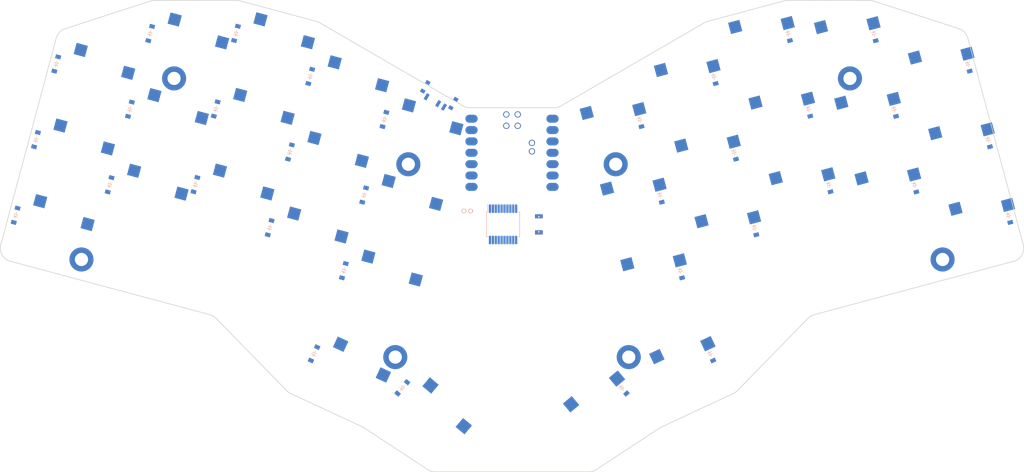
<source format=kicad_pcb>

            
(kicad_pcb (version 20171130) (host pcbnew 5.1.6)

  (page A3)
  (title_block
    (title smcboard_mono)
    (rev 1.O)
    (company smchunn)
  )

  (general
    (thickness 1.6)
  )

  (layers
    (0 F.Cu signal)
    (31 B.Cu signal)
    (32 B.Adhes user)
    (33 F.Adhes user)
    (34 B.Paste user)
    (35 F.Paste user)
    (36 B.SilkS user)
    (37 F.SilkS user)
    (38 B.Mask user)
    (39 F.Mask user)
    (40 Dwgs.User user)
    (41 Cmts.User user)
    (42 Eco1.User user)
    (43 Eco2.User user)
    (44 Edge.Cuts user)
    (45 Margin user)
    (46 B.CrtYd user)
    (47 F.CrtYd user)
    (48 B.Fab user)
    (49 F.Fab user)
  )

  (setup
    (last_trace_width 0.25)
    (trace_clearance 0.2)
    (zone_clearance 0.508)
    (zone_45_only no)
    (trace_min 0.2)
    (via_size 0.8)
    (via_drill 0.4)
    (via_min_size 0.4)
    (via_min_drill 0.3)
    (uvia_size 0.3)
    (uvia_drill 0.1)
    (uvias_allowed no)
    (uvia_min_size 0.2)
    (uvia_min_drill 0.1)
    (edge_width 0.05)
    (segment_width 0.2)
    (pcb_text_width 0.3)
    (pcb_text_size 1.5 1.5)
    (mod_edge_width 0.12)
    (mod_text_size 1 1)
    (mod_text_width 0.15)
    (pad_size 1.524 1.524)
    (pad_drill 0.762)
    (pad_to_mask_clearance 0.05)
    (aux_axis_origin 0 0)
    (visible_elements FFFFFF7F)
    (pcbplotparams
      (layerselection 0x010fc_ffffffff)
      (usegerberextensions false)
      (usegerberattributes true)
      (usegerberadvancedattributes true)
      (creategerberjobfile true)
      (excludeedgelayer true)
      (linewidth 0.100000)
      (plotframeref false)
      (viasonmask false)
      (mode 1)
      (useauxorigin false)
      (hpglpennumber 1)
      (hpglpenspeed 20)
      (hpglpendiameter 15.000000)
      (psnegative false)
      (psa4output false)
      (plotreference true)
      (plotvalue true)
      (plotinvisibletext false)
      (padsonsilk false)
      (subtractmaskfromsilk false)
      (outputformat 1)
      (mirror false)
      (drillshape 1)
      (scaleselection 1)
      (outputdirectory ""))
  )

            (net 0 "")
(net 1 "P0")
(net 2 "P1")
(net 3 "P2")
(net 4 "P3")
(net 5 "P4")
(net 6 "P5")
(net 7 "P6")
(net 8 "P7")
(net 9 "P8")
(net 10 "P9")
(net 11 "P10")
(net 12 "VCC")
(net 13 "GND")
(net 14 "V3")
(net 15 "RST")
(net 16 "SWDIO")
(net 17 "SWCLK")
(net 18 "BATP")
(net 19 "BATN")
(net 20 "INT")
(net 21 "GP7")
(net 22 "GP6")
(net 23 "GP5")
(net 24 "GP4")
(net 25 "GP3")
(net 26 "GP2")
(net 27 "GP1")
(net 28 "GP0")
(net 29 "pos")
(net 30 "pinky_bottom")
(net 31 "pinky_home")
(net 32 "pinky_top")
(net 33 "ring_bottom")
(net 34 "ring_home")
(net 35 "ring_top")
(net 36 "middle_bottom")
(net 37 "middle_home")
(net 38 "middle_top")
(net 39 "index_bottom")
(net 40 "index_home")
(net 41 "index_top")
(net 42 "inner_bottom")
(net 43 "inner_home")
(net 44 "inner_top")
(net 45 "index_extra")
(net 46 "inner_extra")
(net 47 "mirror_pinky_bottom")
(net 48 "mirror_pinky_home")
(net 49 "mirror_pinky_top")
(net 50 "mirror_ring_bottom")
(net 51 "mirror_ring_home")
(net 52 "mirror_ring_top")
(net 53 "mirror_middle_bottom")
(net 54 "mirror_middle_home")
(net 55 "mirror_middle_top")
(net 56 "mirror_index_bottom")
(net 57 "mirror_index_home")
(net 58 "mirror_index_top")
(net 59 "mirror_inner_bottom")
(net 60 "mirror_inner_home")
(net 61 "mirror_inner_top")
(net 62 "mirror_index_extra")
(net 63 "mirror_inner_extra")
(net 64 "R2")
(net 65 "R1")
(net 66 "R0")
(net 67 "R3")
            
  (net_class Default "This is the default net class."
    (clearance 0.2)
    (trace_width 0.25)
    (via_dia 0.8)
    (via_drill 0.4)
    (uvia_dia 0.3)
    (uvia_drill 0.1)
    (add_net "")
(add_net "P0")
(add_net "P1")
(add_net "P2")
(add_net "P3")
(add_net "P4")
(add_net "P5")
(add_net "P6")
(add_net "P7")
(add_net "P8")
(add_net "P9")
(add_net "P10")
(add_net "VCC")
(add_net "GND")
(add_net "V3")
(add_net "RST")
(add_net "SWDIO")
(add_net "SWCLK")
(add_net "BATP")
(add_net "BATN")
(add_net "INT")
(add_net "GP7")
(add_net "GP6")
(add_net "GP5")
(add_net "GP4")
(add_net "GP3")
(add_net "GP2")
(add_net "GP1")
(add_net "GP0")
(add_net "pos")
(add_net "pinky_bottom")
(add_net "pinky_home")
(add_net "pinky_top")
(add_net "ring_bottom")
(add_net "ring_home")
(add_net "ring_top")
(add_net "middle_bottom")
(add_net "middle_home")
(add_net "middle_top")
(add_net "index_bottom")
(add_net "index_home")
(add_net "index_top")
(add_net "inner_bottom")
(add_net "inner_home")
(add_net "inner_top")
(add_net "index_extra")
(add_net "inner_extra")
(add_net "mirror_pinky_bottom")
(add_net "mirror_pinky_home")
(add_net "mirror_pinky_top")
(add_net "mirror_ring_bottom")
(add_net "mirror_ring_home")
(add_net "mirror_ring_top")
(add_net "mirror_middle_bottom")
(add_net "mirror_middle_home")
(add_net "mirror_middle_top")
(add_net "mirror_index_bottom")
(add_net "mirror_index_home")
(add_net "mirror_index_top")
(add_net "mirror_inner_bottom")
(add_net "mirror_inner_home")
(add_net "mirror_inner_top")
(add_net "mirror_index_extra")
(add_net "mirror_inner_extra")
(add_net "R2")
(add_net "R1")
(add_net "R0")
(add_net "R3")
  )

            
(module seeed_xiao (layer B.Cu)
  (at 217.57279390000002 137.3176806 0)
  
  (fp_text reference "" (at 0 0) (layer B.SilkS)
      (effects (font (size 1.27 1.27) (thickness 0.15)))
    
  )
  (fp_text value "" (at 0 0) (layer B.SilkS)
      (effects (font (size 1.27 1.27) (thickness 0.15)))
    
  )

  (fp_rect (start -8.89 10.5) (end 8.89 -10.5) (layer "Dwgs.User") (width 0.12) (fill none) )
  (fp_rect (start 3.350197 -6.785813) (end 5.128197 -4.118813) (layer "Dwgs.User") (width 0.12) (fill none) )
  (fp_rect (start -3.507811 -8.182813) (end -5.285811 -10.849813) (layer "Dwgs.User") (width 0.12) (fill none) )
  (fp_rect (start 3.350197 -10.849813) (end 5.128197 -8.182813) (layer "Dwgs.User") (width 0.12) (fill none) )
  (fp_rect (start -5.285811 -6.785813) (end -3.507811 -4.118813) (layer "Dwgs.User") (width 0.12) (fill none) )
  (pad "1" smd oval (at 8.56996 -7.62 180) (size 2.75 1.8) (drill (offset -0.475 0)) (layers B.Cu B.Paste B.Mask) (net 1 "P0"))
  (pad "2" smd oval (at 8.56996 -5.08 180) (size 2.75 1.8) (drill (offset -0.475 0)) (layers B.Cu B.Paste B.Mask) (net 2 "P1"))
  (pad "3" smd oval (at 8.56996 -2.54 180) (size 2.75 1.8) (drill (offset -0.475 0)) (layers B.Cu B.Paste B.Mask) (net 3 "P2"))
  (pad "4" smd oval (at 8.56996 0 180) (size 2.75 1.8) (drill (offset -0.475 0)) (layers B.Cu B.Paste B.Mask) (net 4 "P3"))
  (pad "5" smd oval (at 8.56996 2.54 180) (size 2.75 1.8) (drill (offset -0.475 0)) (layers B.Cu B.Paste B.Mask) (net 5 "P4"))
  (pad "6" smd oval (at 8.56996 5.08 180) (size 2.75 1.8) (drill (offset -0.475 0)) (layers B.Cu B.Paste B.Mask) (net 6 "P5"))
  (pad "7" smd oval (at 8.56996 7.62 180) (size 2.75 1.8) (drill (offset -0.475 0)) (layers B.Cu B.Paste B.Mask) (net 7 "P6"))
  (pad "8" smd oval (at -8.56996 7.62 0) (size 2.75 1.8) (drill (offset -0.475 0)) (layers B.Cu B.Paste B.Mask) (net 8 "P7"))
  (pad "9" smd oval (at -8.56996 5.08 0) (size 2.75 1.8) (drill (offset -0.475 0)) (layers B.Cu B.Paste B.Mask) (net 9 "P8"))
  (pad "10" smd oval (at -8.56996 2.54 0) (size 2.75 1.8) (drill (offset -0.475 0)) (layers B.Cu B.Paste B.Mask) (net 10 "P9"))
  (pad "11" smd oval (at -8.56996 0 0) (size 2.75 1.8) (drill (offset -0.475 0)) (layers B.Cu B.Paste B.Mask) (net 11 "P10"))
  (pad "12" smd oval (at -8.56996 -2.54 0) (size 2.75 1.8) (drill (offset -0.475 0)) (layers B.Cu B.Paste B.Mask) (net 14 "V3"))
  (pad "13" smd oval (at -8.56996 -5.08 0) (size 2.75 1.8) (drill (offset -0.475 0)) (layers B.Cu B.Paste B.Mask) (net 13 "GND"))
  (pad "14" smd oval (at -8.56996 -7.62 0) (size 2.75 1.8) (drill (offset -0.475 0)) (layers B.Cu B.Paste B.Mask) (net 12 "VCC"))
  (pad "15" thru_hole circle (at 1.27 -8.572 90) (size 1.397 1.397) (drill 1.016) (layers *.Cu *.Mask) (net 16 "SWDIO"))
  (pad "16" thru_hole circle (at -1.27 -8.572 90) (size 1.397 1.397) (drill 1.016) (layers *.Cu *.Mask) (net 17 "SWCLK"))
  (pad "17" thru_hole circle (at 1.27 -6.032 90) (size 1.397 1.397) (drill 1.016) (layers *.Cu *.Mask) (net 15 "RST"))
  (pad "18" thru_hole circle (at -1.27 -6.032 90) (size 1.397 1.397) (drill 1.016) (layers *.Cu *.Mask) (net 13 "GND"))
  (pad "19" thru_hole circle (at 4.445 -0.317 180) (size 1.397 1.397) (drill 1.016) (layers *.Cu *.Mask) (net 18 "BATP"))
  (pad "20" thru_hole circle (at 4.445 -2.222 180) (size 1.397 1.397) (drill 1.016) (layers *.Cu *.Mask) (net 19 "BATN"))
  
  
)
    

        
(module mcp23s08_ssop (layer B.Cu) (tedit 5D9F72B1)
  (at 215.57279390000002 153.3176806 90)
  (attr smd)
fp_text reference "_2" (at 0 -4.55) (layer B.SilkS) hide
    (effects (font (size 1 1) (thickness 0.15)))
  )
  (fp_line (start 0 3.71) (end -2.76 3.71) (layer B.SilkS) (width 0.12))
  (fp_line (start -2.76 3.71) (end -2.76 3.435) (layer B.SilkS) (width 0.12))
  (fp_line (start 0 3.71) (end 2.76 3.71) (layer B.SilkS) (width 0.12))
  (fp_line (start 2.76 3.71) (end 2.76 3.435) (layer B.SilkS) (width 0.12))
  (fp_line (start 0 -3.71) (end -2.76 -3.71) (layer B.SilkS) (width 0.12))
  (fp_line (start -2.76 -3.71) (end -2.76 -3.435) (layer B.SilkS) (width 0.12))
  (fp_line (start 0 -3.71) (end 2.76 -3.71) (layer B.SilkS) (width 0.12))
  (fp_line (start 2.76 -3.71) (end 2.76 -3.435) (layer B.SilkS) (width 0.12))
  (fp_line (start 2.76 -3.435) (end 4.45 -3.435) (layer B.SilkS) (width 0.12))
  (fp_line (start 1.65 -3.6) (end -2.65 -3.6) (layer B.Fab) (width 0.1))
  (fp_line (start -2.65 -3.6) (end -2.65 3.6) (layer B.Fab) (width 0.1))
  (fp_line (start -2.65 3.6) (end 2.65 3.6) (layer B.Fab) (width 0.1))
  (fp_line (start 2.65 3.6) (end 2.65 -2.6) (layer B.Fab) (width 0.1))
  (fp_line (start 2.65 -2.6) (end 1.65 -3.6) (layer B.Fab) (width 0.1))
  (fp_line (start 4.7 -3.85) (end 4.7 3.85) (layer B.CrtYd) (width 0.05))
  (fp_line (start 4.7 3.85) (end -4.7 3.85) (layer B.CrtYd) (width 0.05))
  (fp_line (start -4.7 3.85) (end -4.7 -3.85) (layer B.CrtYd) (width 0.05))
  (fp_line (start -4.7 -3.85) (end 4.7 -3.85) (layer B.CrtYd) (width 0.05))
  (pad 1 smd roundrect (at 3.5 -2.925 90) (size 1.9 0.5) (layers B.Cu B.Mask B.Paste) (roundrect_rratio 0.25) (net 9 "P8"))
  (pad 2 smd roundrect (at 3.5 -2.275 90) (size 1.9 0.5) (layers B.Cu B.Mask B.Paste) (roundrect_rratio 0.25) (net 11 "P10"))
  (pad 3 smd roundrect (at 3.5 -1.625 90) (size 1.9 0.5) (layers B.Cu B.Mask B.Paste) (roundrect_rratio 0.25) (net 10 "P9"))
  (pad 4 smd roundrect (at 3.5 -0.975 90) (size 1.9 0.5) (layers B.Cu B.Mask B.Paste) (roundrect_rratio 0.25) (net 13 "GND"))
  (pad 5 smd roundrect (at 3.5 -0.325 90) (size 1.9 0.5) (layers B.Cu B.Mask B.Paste) (roundrect_rratio 0.25) (net 13 "GND"))
  (pad 6 smd roundrect (at 3.5 0.325 90) (size 1.9 0.5) (layers B.Cu B.Mask B.Paste) (roundrect_rratio 0.25) (net 12 "VCC"))
  (pad 7 smd roundrect (at 3.5 0.975 90) (size 1.9 0.5) (layers B.Cu B.Mask B.Paste) (roundrect_rratio 0.25) (net 8 "P7"))
  (pad 8 smd roundrect (at 3.5 1.625 90) (size 1.9 0.5) (layers B.Cu B.Mask B.Paste) (roundrect_rratio 0.25) (net 20 "INT"))
  (pad 9 smd roundrect (at 3.5 2.275 90) (size 1.9 0.5) (layers B.Cu B.Mask B.Paste) (roundrect_rratio 0.25) (net 13 "GND"))
  (pad 10 smd roundrect (at 3.5 2.925 90) (size 1.9 0.5) (layers B.Cu B.Mask B.Paste) (roundrect_rratio 0.25))
  (pad 11 smd roundrect (at -3.5 2.925 90) (size 1.9 0.5) (layers B.Cu B.Mask B.Paste) (roundrect_rratio 0.25))
  (pad 12 smd roundrect (at -3.5 2.275 90) (size 1.9 0.5) (layers B.Cu B.Mask B.Paste) (roundrect_rratio 0.25) (net 28 "GP0"))
  (pad 13 smd roundrect (at -3.5 1.625 90) (size 1.9 0.5) (layers B.Cu B.Mask B.Paste) (roundrect_rratio 0.25) (net 27 "GP1"))
  (pad 14 smd roundrect (at -3.5 0.975 90) (size 1.9 0.5) (layers B.Cu B.Mask B.Paste) (roundrect_rratio 0.25) (net 26 "GP2"))
  (pad 15 smd roundrect (at -3.5 0.325 90) (size 1.9 0.5) (layers B.Cu B.Mask B.Paste) (roundrect_rratio 0.25) (net 25 "GP3"))
  (pad 16 smd roundrect (at -3.5 -0.325 90) (size 1.9 0.5) (layers B.Cu B.Mask B.Paste) (roundrect_rratio 0.25) (net 24 "GP4"))
  (pad 17 smd roundrect (at -3.5 -0.975 90) (size 1.9 0.5) (layers B.Cu B.Mask B.Paste) (roundrect_rratio 0.25) (net 23 "GP5"))
  (pad 18 smd roundrect (at -3.5 -1.625 90) (size 1.9 0.5) (layers B.Cu B.Mask B.Paste) (roundrect_rratio 0.25) (net 22 "GP6"))
  (pad 19 smd roundrect (at -3.5 -2.275 90) (size 1.9 0.5) (layers B.Cu B.Mask B.Paste) (roundrect_rratio 0.25) (net 21 "GP7"))
  (pad 20 smd roundrect (at -3.5 -2.925 90) (size 1.9 0.5) (layers B.Cu B.Mask B.Paste) (roundrect_rratio 0.25) (net 12 "VCC"))
)

        

				
			(module Button_Switch_SMD:SW_SPST_B3U-1000P (layer F.Cu) (tedit 5A02FC95)
        	(at 223.57279390000002 153.3176806 90)
	  		(descr "Ultra-small-sized Tactile Switch with High Contact Reliability, Top-actuated Model, without Ground Terminal, without Boss")
			(tags "Tactile Switch")
			(attr smd)
			(fp_circle (center 0 0) (end 0.75 0) (layer F.Fab) (width 0.1))
			(fp_line (start -1.5 1.25) (end -1.5 -1.25) (layer F.Fab) (width 0.1))
			(fp_line (start 1.5 1.25) (end -1.5 1.25) (layer F.Fab) (width 0.1))
			(fp_line (start 1.5 -1.25) (end 1.5 1.25) (layer F.Fab) (width 0.1))
			(fp_line (start -1.5 -1.25) (end 1.5 -1.25) (layer F.Fab) (width 0.1))
			(fp_line (start -2.4 -1.65) (end -2.4 1.65) (layer F.CrtYd) (width 0.05))
			(fp_line (start 2.4 -1.65) (end -2.4 -1.65) (layer F.CrtYd) (width 0.05))
			(fp_line (start 2.4 1.65) (end 2.4 -1.65) (layer F.CrtYd) (width 0.05))
			(fp_line (start -2.4 1.65) (end 2.4 1.65) (layer F.CrtYd) (width 0.05))
			(fp_text user %R (at 0 -2.5) (layer F.Fab)
			(effects (font (size 1 1) (thickness 0.15)))
			)
				
	  			(pad 1 thru_hole rect (at -1.7 0 90) (size 0.9 1.7) (drill 0.3 (offset -0.1 0)) (layers *.Cu *.Paste *.Mask) (net 15 "RST"))
	  			(pad 2 thru_hole rect (at 1.7 0 90) (size 0.9 1.7) (drill 0.3 (offset 0.1 0)) (layers *.Cu *.Paste *.Mask) (net 13 "GND")))
			

        
(module Button_Switch_SMD:SW_SPDT_PCM12 (layer F.Cu) (tedit 5A02FC95)
        (at 201.17279390000002 124.7176806 149.2)
  (descr "Ultraminiature Surface Mount Slide Switch, right-angle, https://www.ckswitches.com/media/1424/pcm.pdf")
  (attr smd)
  (fp_line (start -4.4 2.1) (end -4.4 -2.45) (layer F.CrtYd) (width 0.05))
  (fp_line (start -1.65 2.1) (end -4.4 2.1) (layer F.CrtYd) (width 0.05))
  (fp_line (start -1.65 3.4) (end -1.65 2.1) (layer F.CrtYd) (width 0.05))
  (fp_line (start 1.65 3.4) (end -1.65 3.4) (layer F.CrtYd) (width 0.05))
  (fp_line (start 1.65 2.1) (end 1.65 3.4) (layer F.CrtYd) (width 0.05))
  (fp_line (start 4.4 2.1) (end 1.65 2.1) (layer F.CrtYd) (width 0.05))
  (fp_line (start 4.4 -2.45) (end 4.4 2.1) (layer F.CrtYd) (width 0.05))
  (fp_line (start -4.4 -2.45) (end 4.4 -2.45) (layer F.CrtYd) (width 0.05))
  (fp_line (start 3.35 -1) (end -3.35 -1) (layer F.Fab) (width 0.1))
  (fp_line (start 3.35 1.6) (end 3.35 -1) (layer F.Fab) (width 0.1))
  (fp_line (start -3.35 1.6) (end 3.35 1.6) (layer F.Fab) (width 0.1))
  (fp_line (start -3.35 -1) (end -3.35 1.6) (layer F.Fab) (width 0.1))
  (fp_line (start -0.1 2.9) (end -0.1 1.6) (layer F.Fab) (width 0.1))
  (fp_line (start -0.15 2.95) (end -0.1 2.9) (layer F.Fab) (width 0.1))
  (fp_line (start -0.35 3.15) (end -0.15 2.95) (layer F.Fab) (width 0.1))
  (fp_line (start -1.2 3.15) (end -0.35 3.15) (layer F.Fab) (width 0.1))
  (fp_line (start -1.4 2.95) (end -1.2 3.15) (layer F.Fab) (width 0.1))
  (fp_line (start -1.4 1.65) (end -1.4 2.95) (layer F.Fab) (width 0.1))
  (fp_text user %R (at 0 -3.2) (layer F.Fab)
    (effects (font (size 1 1) (thickness 0.15)))
  )

      
        
            
  (pad "" np_thru_hole circle (at -1.5 0.33) (size 0.9 0.9) (drill 0.9) (layers *.Cu *.Mask))
  (pad "" np_thru_hole circle (at 1.5 0.33) (size 0.9 0.9) (drill 0.9) (layers *.Cu *.Mask))
  (pad 1 smd rect (at 2.25 -1.43 149.2) (size 0.7 1.5) (layers B.Cu B.Paste B.Mask) (net 29 "pos"))
  (pad 2 smd rect (at -0.75 -1.43 149.2) (size 0.7 1.5) (layers B.Cu B.Paste B.Mask) (net 18 "BATP"))
  (pad 3 smd rect (at -2.25 -1.43 149.2) (size 0.7 1.5) (layers B.Cu B.Paste B.Mask) )
  (pad "" smd rect (at 3.65 1.43 149.2) (size 1 0.8) (layers B.Cu B.Paste B.Mask))
  (pad "" smd rect (at -3.65 1.43 149.2) (size 1 0.8) (layers B.Cu B.Paste B.Mask))
  (pad "" smd rect (at -3.65 -0.78 149.2) (size 1 0.8) (layers B.Cu B.Paste B.Mask))
  (pad "" smd rect (at 3.65 -0.78 149.2) (size 1 0.8) (layers B.Cu B.Paste B.Mask))
          )
        

    
    (module lib:bat (layer F.Cu) (tstamp 5BF2CC94)
        (at 207.57279390000002 150.3176806 90)
	  (pad 1 thru_hole circle (at 0 -0.75 0) (size 1 1) (drill 0.7) (layers *.Cu *.SilkS *.Mask) (net 29 "pos")) 
	  (pad 2 thru_hole circle (at 0 0.75 0) (size 1 1) (drill 0.7) (layers *.Cu *.SilkS *.Mask) (net 19 "BATN"))
     )

    

        (module PG1350 (layer F.Cu) (tedit 5DD50112)
            (at 113.8305885 154.7339559 -15)
            (attr virtual)

            
            (fp_text reference "S1" (at 0 0) (layer B.SilkS) hide (effects (font (size 1.27 1.27) (thickness 0.15))))

            
            (pad "" np_thru_hole circle (at 0 0) (size 3.429 3.429) (drill 3.429) (layers *.Cu))

            
            (pad "" np_thru_hole circle (at 5.5 0) (size 1.9 1.9) (drill 1.9) (layers *.Cu))
            (pad "" np_thru_hole circle (at -5.5 0) (size 1.9 1.9) (drill 1.9) (layers *.Cu))
        
            
            (pad "" np_thru_hole circle (at 0 -5.95) (size 3 3) (drill 3) (layers *.Cu *.Mask))
        
            
            
            
            (pad 1 smd rect (at -3.275 -5.95 -15) (size 2.6 2.6) (layers B.Cu B.Paste B.Mask)  (net 0 ""))
        

            
            (pad 2 smd rect (at 8.275 -3.75 -15) (size 2.6 2.6) (layers B.Cu B.Paste B.Mask) (net 30 "pinky_bottom"))

            
            (pad "" np_thru_hole circle (at 5 -3.75 195) (size 3 3) (drill 3) (layers *.Cu *.Mask))            
        
        )
        

        (module PG1350 (layer F.Cu) (tedit 5DD50112)
            (at 118.3599218 137.830254 -15)
            (attr virtual)

            
            (fp_text reference "S2" (at 0 0) (layer B.SilkS) hide (effects (font (size 1.27 1.27) (thickness 0.15))))

            
            (pad "" np_thru_hole circle (at 0 0) (size 3.429 3.429) (drill 3.429) (layers *.Cu))

            
            (pad "" np_thru_hole circle (at 5.5 0) (size 1.9 1.9) (drill 1.9) (layers *.Cu))
            (pad "" np_thru_hole circle (at -5.5 0) (size 1.9 1.9) (drill 1.9) (layers *.Cu))
        
            
            (pad "" np_thru_hole circle (at 0 -5.95) (size 3 3) (drill 3) (layers *.Cu *.Mask))
        
            
            
            
            (pad 1 smd rect (at -3.275 -5.95 -15) (size 2.6 2.6) (layers B.Cu B.Paste B.Mask)  (net 0 ""))
        

            
            (pad 2 smd rect (at 8.275 -3.75 -15) (size 2.6 2.6) (layers B.Cu B.Paste B.Mask) (net 31 "pinky_home"))

            
            (pad "" np_thru_hole circle (at 5 -3.75 195) (size 3 3) (drill 3) (layers *.Cu *.Mask))            
        
        )
        

        (module PG1350 (layer F.Cu) (tedit 5DD50112)
            (at 122.8892551 120.926552 -15)
            (attr virtual)

            
            (fp_text reference "S3" (at 0 0) (layer B.SilkS) hide (effects (font (size 1.27 1.27) (thickness 0.15))))

            
            (pad "" np_thru_hole circle (at 0 0) (size 3.429 3.429) (drill 3.429) (layers *.Cu))

            
            (pad "" np_thru_hole circle (at 5.5 0) (size 1.9 1.9) (drill 1.9) (layers *.Cu))
            (pad "" np_thru_hole circle (at -5.5 0) (size 1.9 1.9) (drill 1.9) (layers *.Cu))
        
            
            (pad "" np_thru_hole circle (at 0 -5.95) (size 3 3) (drill 3) (layers *.Cu *.Mask))
        
            
            
            
            (pad 1 smd rect (at -3.275 -5.95 -15) (size 2.6 2.6) (layers B.Cu B.Paste B.Mask)  (net 0 ""))
        

            
            (pad 2 smd rect (at 8.275 -3.75 -15) (size 2.6 2.6) (layers B.Cu B.Paste B.Mask) (net 32 "pinky_top"))

            
            (pad "" np_thru_hole circle (at 5 -3.75 195) (size 3 3) (drill 3) (layers *.Cu *.Mask))            
        
        )
        

        (module PG1350 (layer F.Cu) (tedit 5DD50112)
            (at 134.8060449 147.9309983 -15)
            (attr virtual)

            
            (fp_text reference "S4" (at 0 0) (layer B.SilkS) hide (effects (font (size 1.27 1.27) (thickness 0.15))))

            
            (pad "" np_thru_hole circle (at 0 0) (size 3.429 3.429) (drill 3.429) (layers *.Cu))

            
            (pad "" np_thru_hole circle (at 5.5 0) (size 1.9 1.9) (drill 1.9) (layers *.Cu))
            (pad "" np_thru_hole circle (at -5.5 0) (size 1.9 1.9) (drill 1.9) (layers *.Cu))
        
            
            (pad "" np_thru_hole circle (at 0 -5.95) (size 3 3) (drill 3) (layers *.Cu *.Mask))
        
            
            
            
            (pad 1 smd rect (at -3.275 -5.95 -15) (size 2.6 2.6) (layers B.Cu B.Paste B.Mask)  (net 0 ""))
        

            
            (pad 2 smd rect (at 8.275 -3.75 -15) (size 2.6 2.6) (layers B.Cu B.Paste B.Mask) (net 33 "ring_bottom"))

            
            (pad "" np_thru_hole circle (at 5 -3.75 195) (size 3 3) (drill 3) (layers *.Cu *.Mask))            
        
        )
        

        (module PG1350 (layer F.Cu) (tedit 5DD50112)
            (at 139.3353781 131.0272964 -15)
            (attr virtual)

            
            (fp_text reference "S5" (at 0 0) (layer B.SilkS) hide (effects (font (size 1.27 1.27) (thickness 0.15))))

            
            (pad "" np_thru_hole circle (at 0 0) (size 3.429 3.429) (drill 3.429) (layers *.Cu))

            
            (pad "" np_thru_hole circle (at 5.5 0) (size 1.9 1.9) (drill 1.9) (layers *.Cu))
            (pad "" np_thru_hole circle (at -5.5 0) (size 1.9 1.9) (drill 1.9) (layers *.Cu))
        
            
            (pad "" np_thru_hole circle (at 0 -5.95) (size 3 3) (drill 3) (layers *.Cu *.Mask))
        
            
            
            
            (pad 1 smd rect (at -3.275 -5.95 -15) (size 2.6 2.6) (layers B.Cu B.Paste B.Mask)  (net 0 ""))
        

            
            (pad 2 smd rect (at 8.275 -3.75 -15) (size 2.6 2.6) (layers B.Cu B.Paste B.Mask) (net 34 "ring_home"))

            
            (pad "" np_thru_hole circle (at 5 -3.75 195) (size 3 3) (drill 3) (layers *.Cu *.Mask))            
        
        )
        

        (module PG1350 (layer F.Cu) (tedit 5DD50112)
            (at 143.8647114 114.1235944 -15)
            (attr virtual)

            
            (fp_text reference "S6" (at 0 0) (layer B.SilkS) hide (effects (font (size 1.27 1.27) (thickness 0.15))))

            
            (pad "" np_thru_hole circle (at 0 0) (size 3.429 3.429) (drill 3.429) (layers *.Cu))

            
            (pad "" np_thru_hole circle (at 5.5 0) (size 1.9 1.9) (drill 1.9) (layers *.Cu))
            (pad "" np_thru_hole circle (at -5.5 0) (size 1.9 1.9) (drill 1.9) (layers *.Cu))
        
            
            (pad "" np_thru_hole circle (at 0 -5.95) (size 3 3) (drill 3) (layers *.Cu *.Mask))
        
            
            
            
            (pad 1 smd rect (at -3.275 -5.95 -15) (size 2.6 2.6) (layers B.Cu B.Paste B.Mask)  (net 0 ""))
        

            
            (pad 2 smd rect (at 8.275 -3.75 -15) (size 2.6 2.6) (layers B.Cu B.Paste B.Mask) (net 35 "ring_top"))

            
            (pad "" np_thru_hole circle (at 5 -3.75 195) (size 3 3) (drill 3) (layers *.Cu *.Mask))            
        
        )
        

        (module PG1350 (layer F.Cu) (tedit 5DD50112)
            (at 153.9697679 147.8895215 -15)
            (attr virtual)

            
            (fp_text reference "S7" (at 0 0) (layer B.SilkS) hide (effects (font (size 1.27 1.27) (thickness 0.15))))

            
            (pad "" np_thru_hole circle (at 0 0) (size 3.429 3.429) (drill 3.429) (layers *.Cu))

            
            (pad "" np_thru_hole circle (at 5.5 0) (size 1.9 1.9) (drill 1.9) (layers *.Cu))
            (pad "" np_thru_hole circle (at -5.5 0) (size 1.9 1.9) (drill 1.9) (layers *.Cu))
        
            
            (pad "" np_thru_hole circle (at 0 -5.95) (size 3 3) (drill 3) (layers *.Cu *.Mask))
        
            
            
            
            (pad 1 smd rect (at -3.275 -5.95 -15) (size 2.6 2.6) (layers B.Cu B.Paste B.Mask)  (net 0 ""))
        

            
            (pad 2 smd rect (at 8.275 -3.75 -15) (size 2.6 2.6) (layers B.Cu B.Paste B.Mask) (net 36 "middle_bottom"))

            
            (pad "" np_thru_hole circle (at 5 -3.75 195) (size 3 3) (drill 3) (layers *.Cu *.Mask))            
        
        )
        

        (module PG1350 (layer F.Cu) (tedit 5DD50112)
            (at 158.4991012 130.9858196 -15)
            (attr virtual)

            
            (fp_text reference "S8" (at 0 0) (layer B.SilkS) hide (effects (font (size 1.27 1.27) (thickness 0.15))))

            
            (pad "" np_thru_hole circle (at 0 0) (size 3.429 3.429) (drill 3.429) (layers *.Cu))

            
            (pad "" np_thru_hole circle (at 5.5 0) (size 1.9 1.9) (drill 1.9) (layers *.Cu))
            (pad "" np_thru_hole circle (at -5.5 0) (size 1.9 1.9) (drill 1.9) (layers *.Cu))
        
            
            (pad "" np_thru_hole circle (at 0 -5.95) (size 3 3) (drill 3) (layers *.Cu *.Mask))
        
            
            
            
            (pad 1 smd rect (at -3.275 -5.95 -15) (size 2.6 2.6) (layers B.Cu B.Paste B.Mask)  (net 0 ""))
        

            
            (pad 2 smd rect (at 8.275 -3.75 -15) (size 2.6 2.6) (layers B.Cu B.Paste B.Mask) (net 37 "middle_home"))

            
            (pad "" np_thru_hole circle (at 5 -3.75 195) (size 3 3) (drill 3) (layers *.Cu *.Mask))            
        
        )
        

        (module PG1350 (layer F.Cu) (tedit 5DD50112)
            (at 163.0284344 114.0821176 -15)
            (attr virtual)

            
            (fp_text reference "S9" (at 0 0) (layer B.SilkS) hide (effects (font (size 1.27 1.27) (thickness 0.15))))

            
            (pad "" np_thru_hole circle (at 0 0) (size 3.429 3.429) (drill 3.429) (layers *.Cu))

            
            (pad "" np_thru_hole circle (at 5.5 0) (size 1.9 1.9) (drill 1.9) (layers *.Cu))
            (pad "" np_thru_hole circle (at -5.5 0) (size 1.9 1.9) (drill 1.9) (layers *.Cu))
        
            
            (pad "" np_thru_hole circle (at 0 -5.95) (size 3 3) (drill 3) (layers *.Cu *.Mask))
        
            
            
            
            (pad 1 smd rect (at -3.275 -5.95 -15) (size 2.6 2.6) (layers B.Cu B.Paste B.Mask)  (net 0 ""))
        

            
            (pad 2 smd rect (at 8.275 -3.75 -15) (size 2.6 2.6) (layers B.Cu B.Paste B.Mask) (net 38 "middle_top"))

            
            (pad "" np_thru_hole circle (at 5 -3.75 195) (size 3 3) (drill 3) (layers *.Cu *.Mask))            
        
        )
        

        (module PG1350 (layer F.Cu) (tedit 5DD50112)
            (at 170.5453004 157.507303 -15)
            (attr virtual)

            
            (fp_text reference "S10" (at 0 0) (layer B.SilkS) hide (effects (font (size 1.27 1.27) (thickness 0.15))))

            
            (pad "" np_thru_hole circle (at 0 0) (size 3.429 3.429) (drill 3.429) (layers *.Cu))

            
            (pad "" np_thru_hole circle (at 5.5 0) (size 1.9 1.9) (drill 1.9) (layers *.Cu))
            (pad "" np_thru_hole circle (at -5.5 0) (size 1.9 1.9) (drill 1.9) (layers *.Cu))
        
            
            (pad "" np_thru_hole circle (at 0 -5.95) (size 3 3) (drill 3) (layers *.Cu *.Mask))
        
            
            
            
            (pad 1 smd rect (at -3.275 -5.95 -15) (size 2.6 2.6) (layers B.Cu B.Paste B.Mask)  (net 0 ""))
        

            
            (pad 2 smd rect (at 8.275 -3.75 -15) (size 2.6 2.6) (layers B.Cu B.Paste B.Mask) (net 39 "index_bottom"))

            
            (pad "" np_thru_hole circle (at 5 -3.75 195) (size 3 3) (drill 3) (layers *.Cu *.Mask))            
        
        )
        

        (module PG1350 (layer F.Cu) (tedit 5DD50112)
            (at 175.0746337 140.603601 -15)
            (attr virtual)

            
            (fp_text reference "S11" (at 0 0) (layer B.SilkS) hide (effects (font (size 1.27 1.27) (thickness 0.15))))

            
            (pad "" np_thru_hole circle (at 0 0) (size 3.429 3.429) (drill 3.429) (layers *.Cu))

            
            (pad "" np_thru_hole circle (at 5.5 0) (size 1.9 1.9) (drill 1.9) (layers *.Cu))
            (pad "" np_thru_hole circle (at -5.5 0) (size 1.9 1.9) (drill 1.9) (layers *.Cu))
        
            
            (pad "" np_thru_hole circle (at 0 -5.95) (size 3 3) (drill 3) (layers *.Cu *.Mask))
        
            
            
            
            (pad 1 smd rect (at -3.275 -5.95 -15) (size 2.6 2.6) (layers B.Cu B.Paste B.Mask)  (net 0 ""))
        

            
            (pad 2 smd rect (at 8.275 -3.75 -15) (size 2.6 2.6) (layers B.Cu B.Paste B.Mask) (net 40 "index_home"))

            
            (pad "" np_thru_hole circle (at 5 -3.75 195) (size 3 3) (drill 3) (layers *.Cu *.Mask))            
        
        )
        

        (module PG1350 (layer F.Cu) (tedit 5DD50112)
            (at 179.603967 123.6998991 -15)
            (attr virtual)

            
            (fp_text reference "S12" (at 0 0) (layer B.SilkS) hide (effects (font (size 1.27 1.27) (thickness 0.15))))

            
            (pad "" np_thru_hole circle (at 0 0) (size 3.429 3.429) (drill 3.429) (layers *.Cu))

            
            (pad "" np_thru_hole circle (at 5.5 0) (size 1.9 1.9) (drill 1.9) (layers *.Cu))
            (pad "" np_thru_hole circle (at -5.5 0) (size 1.9 1.9) (drill 1.9) (layers *.Cu))
        
            
            (pad "" np_thru_hole circle (at 0 -5.95) (size 3 3) (drill 3) (layers *.Cu *.Mask))
        
            
            
            
            (pad 1 smd rect (at -3.275 -5.95 -15) (size 2.6 2.6) (layers B.Cu B.Paste B.Mask)  (net 0 ""))
        

            
            (pad 2 smd rect (at 8.275 -3.75 -15) (size 2.6 2.6) (layers B.Cu B.Paste B.Mask) (net 41 "index_top"))

            
            (pad "" np_thru_hole circle (at 5 -3.75 195) (size 3 3) (drill 3) (layers *.Cu *.Mask))            
        
        )
        

        (module PG1350 (layer F.Cu) (tedit 5DD50112)
            (at 187.120833 167.1250845 -15)
            (attr virtual)

            
            (fp_text reference "S13" (at 0 0) (layer B.SilkS) hide (effects (font (size 1.27 1.27) (thickness 0.15))))

            
            (pad "" np_thru_hole circle (at 0 0) (size 3.429 3.429) (drill 3.429) (layers *.Cu))

            
            (pad "" np_thru_hole circle (at 5.5 0) (size 1.9 1.9) (drill 1.9) (layers *.Cu))
            (pad "" np_thru_hole circle (at -5.5 0) (size 1.9 1.9) (drill 1.9) (layers *.Cu))
        
            
            (pad "" np_thru_hole circle (at 0 -5.95) (size 3 3) (drill 3) (layers *.Cu *.Mask))
        
            
            
            
            (pad 1 smd rect (at -3.275 -5.95 -15) (size 2.6 2.6) (layers B.Cu B.Paste B.Mask)  (net 0 ""))
        

            
            (pad 2 smd rect (at 8.275 -3.75 -15) (size 2.6 2.6) (layers B.Cu B.Paste B.Mask) (net 42 "inner_bottom"))

            
            (pad "" np_thru_hole circle (at 5 -3.75 195) (size 3 3) (drill 3) (layers *.Cu *.Mask))            
        
        )
        

        (module PG1350 (layer F.Cu) (tedit 5DD50112)
            (at 191.6501663 150.2213825 -15)
            (attr virtual)

            
            (fp_text reference "S14" (at 0 0) (layer B.SilkS) hide (effects (font (size 1.27 1.27) (thickness 0.15))))

            
            (pad "" np_thru_hole circle (at 0 0) (size 3.429 3.429) (drill 3.429) (layers *.Cu))

            
            (pad "" np_thru_hole circle (at 5.5 0) (size 1.9 1.9) (drill 1.9) (layers *.Cu))
            (pad "" np_thru_hole circle (at -5.5 0) (size 1.9 1.9) (drill 1.9) (layers *.Cu))
        
            
            (pad "" np_thru_hole circle (at 0 -5.95) (size 3 3) (drill 3) (layers *.Cu *.Mask))
        
            
            
            
            (pad 1 smd rect (at -3.275 -5.95 -15) (size 2.6 2.6) (layers B.Cu B.Paste B.Mask)  (net 0 ""))
        

            
            (pad 2 smd rect (at 8.275 -3.75 -15) (size 2.6 2.6) (layers B.Cu B.Paste B.Mask) (net 43 "inner_home"))

            
            (pad "" np_thru_hole circle (at 5 -3.75 195) (size 3 3) (drill 3) (layers *.Cu *.Mask))            
        
        )
        

        (module PG1350 (layer F.Cu) (tedit 5DD50112)
            (at 196.1794996 133.3176806 -15)
            (attr virtual)

            
            (fp_text reference "S15" (at 0 0) (layer B.SilkS) hide (effects (font (size 1.27 1.27) (thickness 0.15))))

            
            (pad "" np_thru_hole circle (at 0 0) (size 3.429 3.429) (drill 3.429) (layers *.Cu))

            
            (pad "" np_thru_hole circle (at 5.5 0) (size 1.9 1.9) (drill 1.9) (layers *.Cu))
            (pad "" np_thru_hole circle (at -5.5 0) (size 1.9 1.9) (drill 1.9) (layers *.Cu))
        
            
            (pad "" np_thru_hole circle (at 0 -5.95) (size 3 3) (drill 3) (layers *.Cu *.Mask))
        
            
            
            
            (pad 1 smd rect (at -3.275 -5.95 -15) (size 2.6 2.6) (layers B.Cu B.Paste B.Mask)  (net 0 ""))
        

            
            (pad 2 smd rect (at 8.275 -3.75 -15) (size 2.6 2.6) (layers B.Cu B.Paste B.Mask) (net 44 "inner_top"))

            
            (pad "" np_thru_hole circle (at 5 -3.75 195) (size 3 3) (drill 3) (layers *.Cu *.Mask))            
        
        )
        

        (module PG1350 (layer F.Cu) (tedit 5DD50112)
            (at 179.7537814 186.8918887 -25)
            (attr virtual)

            
            (fp_text reference "S16" (at 0 0) (layer B.SilkS) hide (effects (font (size 1.27 1.27) (thickness 0.15))))

            
            (pad "" np_thru_hole circle (at 0 0) (size 3.429 3.429) (drill 3.429) (layers *.Cu))

            
            (pad "" np_thru_hole circle (at 5.5 0) (size 1.9 1.9) (drill 1.9) (layers *.Cu))
            (pad "" np_thru_hole circle (at -5.5 0) (size 1.9 1.9) (drill 1.9) (layers *.Cu))
        
            
            (pad "" np_thru_hole circle (at 0 -5.95) (size 3 3) (drill 3) (layers *.Cu *.Mask))
        
            
            
            
            (pad 1 smd rect (at -3.275 -5.95 -25) (size 2.6 2.6) (layers B.Cu B.Paste B.Mask)  (net 0 ""))
        

            
            (pad 2 smd rect (at 8.275 -3.75 -25) (size 2.6 2.6) (layers B.Cu B.Paste B.Mask) (net 45 "index_extra"))

            
            (pad "" np_thru_hole circle (at 5 -3.75 195) (size 3 3) (drill 3) (layers *.Cu *.Mask))            
        
        )
        

        (module PG1350 (layer F.Cu) (tedit 5DD50112)
            (at 198.0525643 195.9959018 -40)
            (attr virtual)

            
            (fp_text reference "S17" (at 0 0) (layer B.SilkS) hide (effects (font (size 1.27 1.27) (thickness 0.15))))

            
            (pad "" np_thru_hole circle (at 0 0) (size 3.429 3.429) (drill 3.429) (layers *.Cu))

            
            (pad "" np_thru_hole circle (at 5.5 0) (size 1.9 1.9) (drill 1.9) (layers *.Cu))
            (pad "" np_thru_hole circle (at -5.5 0) (size 1.9 1.9) (drill 1.9) (layers *.Cu))
        
            
            (pad "" np_thru_hole circle (at 0 -5.95) (size 3 3) (drill 3) (layers *.Cu *.Mask))
        
            
            
            
            (pad 1 smd rect (at -3.275 -5.95 -40) (size 2.6 2.6) (layers B.Cu B.Paste B.Mask)  (net 0 ""))
        

            
            (pad 2 smd rect (at 8.275 -3.75 -40) (size 2.6 2.6) (layers B.Cu B.Paste B.Mask) (net 46 "inner_extra"))

            
            (pad "" np_thru_hole circle (at 5 -3.75 195) (size 3 3) (drill 3) (layers *.Cu *.Mask))            
        
        )
        

        (module PG1350 (layer F.Cu) (tedit 5DD50112)
            (at 321.31499930000007 154.7339559 15)
            (attr virtual)

            
            (fp_text reference "S18" (at 0 0) (layer B.SilkS) hide (effects (font (size 1.27 1.27) (thickness 0.15))))

            
            (pad "" np_thru_hole circle (at 0 0) (size 3.429 3.429) (drill 3.429) (layers *.Cu))

            
            (pad "" np_thru_hole circle (at 5.5 0) (size 1.9 1.9) (drill 1.9) (layers *.Cu))
            (pad "" np_thru_hole circle (at -5.5 0) (size 1.9 1.9) (drill 1.9) (layers *.Cu))
        
            
            (pad "" np_thru_hole circle (at 0 -5.95) (size 3 3) (drill 3) (layers *.Cu *.Mask))
        
            
            
            
            (pad 1 smd rect (at -3.275 -5.95 15) (size 2.6 2.6) (layers B.Cu B.Paste B.Mask)  (net 0 ""))
        

            
            (pad 2 smd rect (at 8.275 -3.75 15) (size 2.6 2.6) (layers B.Cu B.Paste B.Mask) (net 47 "mirror_pinky_bottom"))

            
            (pad "" np_thru_hole circle (at 5 -3.75 195) (size 3 3) (drill 3) (layers *.Cu *.Mask))            
        
        )
        

        (module PG1350 (layer F.Cu) (tedit 5DD50112)
            (at 316.78566600000005 137.830254 15)
            (attr virtual)

            
            (fp_text reference "S19" (at 0 0) (layer B.SilkS) hide (effects (font (size 1.27 1.27) (thickness 0.15))))

            
            (pad "" np_thru_hole circle (at 0 0) (size 3.429 3.429) (drill 3.429) (layers *.Cu))

            
            (pad "" np_thru_hole circle (at 5.5 0) (size 1.9 1.9) (drill 1.9) (layers *.Cu))
            (pad "" np_thru_hole circle (at -5.5 0) (size 1.9 1.9) (drill 1.9) (layers *.Cu))
        
            
            (pad "" np_thru_hole circle (at 0 -5.95) (size 3 3) (drill 3) (layers *.Cu *.Mask))
        
            
            
            
            (pad 1 smd rect (at -3.275 -5.95 15) (size 2.6 2.6) (layers B.Cu B.Paste B.Mask)  (net 0 ""))
        

            
            (pad 2 smd rect (at 8.275 -3.75 15) (size 2.6 2.6) (layers B.Cu B.Paste B.Mask) (net 48 "mirror_pinky_home"))

            
            (pad "" np_thru_hole circle (at 5 -3.75 195) (size 3 3) (drill 3) (layers *.Cu *.Mask))            
        
        )
        

        (module PG1350 (layer F.Cu) (tedit 5DD50112)
            (at 312.25633270000003 120.926552 15)
            (attr virtual)

            
            (fp_text reference "S20" (at 0 0) (layer B.SilkS) hide (effects (font (size 1.27 1.27) (thickness 0.15))))

            
            (pad "" np_thru_hole circle (at 0 0) (size 3.429 3.429) (drill 3.429) (layers *.Cu))

            
            (pad "" np_thru_hole circle (at 5.5 0) (size 1.9 1.9) (drill 1.9) (layers *.Cu))
            (pad "" np_thru_hole circle (at -5.5 0) (size 1.9 1.9) (drill 1.9) (layers *.Cu))
        
            
            (pad "" np_thru_hole circle (at 0 -5.95) (size 3 3) (drill 3) (layers *.Cu *.Mask))
        
            
            
            
            (pad 1 smd rect (at -3.275 -5.95 15) (size 2.6 2.6) (layers B.Cu B.Paste B.Mask)  (net 0 ""))
        

            
            (pad 2 smd rect (at 8.275 -3.75 15) (size 2.6 2.6) (layers B.Cu B.Paste B.Mask) (net 49 "mirror_pinky_top"))

            
            (pad "" np_thru_hole circle (at 5 -3.75 195) (size 3 3) (drill 3) (layers *.Cu *.Mask))            
        
        )
        

        (module PG1350 (layer F.Cu) (tedit 5DD50112)
            (at 300.3395429000001 147.9309983 15)
            (attr virtual)

            
            (fp_text reference "S21" (at 0 0) (layer B.SilkS) hide (effects (font (size 1.27 1.27) (thickness 0.15))))

            
            (pad "" np_thru_hole circle (at 0 0) (size 3.429 3.429) (drill 3.429) (layers *.Cu))

            
            (pad "" np_thru_hole circle (at 5.5 0) (size 1.9 1.9) (drill 1.9) (layers *.Cu))
            (pad "" np_thru_hole circle (at -5.5 0) (size 1.9 1.9) (drill 1.9) (layers *.Cu))
        
            
            (pad "" np_thru_hole circle (at 0 -5.95) (size 3 3) (drill 3) (layers *.Cu *.Mask))
        
            
            
            
            (pad 1 smd rect (at -3.275 -5.95 15) (size 2.6 2.6) (layers B.Cu B.Paste B.Mask)  (net 0 ""))
        

            
            (pad 2 smd rect (at 8.275 -3.75 15) (size 2.6 2.6) (layers B.Cu B.Paste B.Mask) (net 50 "mirror_ring_bottom"))

            
            (pad "" np_thru_hole circle (at 5 -3.75 195) (size 3 3) (drill 3) (layers *.Cu *.Mask))            
        
        )
        

        (module PG1350 (layer F.Cu) (tedit 5DD50112)
            (at 295.81020970000003 131.0272964 15)
            (attr virtual)

            
            (fp_text reference "S22" (at 0 0) (layer B.SilkS) hide (effects (font (size 1.27 1.27) (thickness 0.15))))

            
            (pad "" np_thru_hole circle (at 0 0) (size 3.429 3.429) (drill 3.429) (layers *.Cu))

            
            (pad "" np_thru_hole circle (at 5.5 0) (size 1.9 1.9) (drill 1.9) (layers *.Cu))
            (pad "" np_thru_hole circle (at -5.5 0) (size 1.9 1.9) (drill 1.9) (layers *.Cu))
        
            
            (pad "" np_thru_hole circle (at 0 -5.95) (size 3 3) (drill 3) (layers *.Cu *.Mask))
        
            
            
            
            (pad 1 smd rect (at -3.275 -5.95 15) (size 2.6 2.6) (layers B.Cu B.Paste B.Mask)  (net 0 ""))
        

            
            (pad 2 smd rect (at 8.275 -3.75 15) (size 2.6 2.6) (layers B.Cu B.Paste B.Mask) (net 51 "mirror_ring_home"))

            
            (pad "" np_thru_hole circle (at 5 -3.75 195) (size 3 3) (drill 3) (layers *.Cu *.Mask))            
        
        )
        

        (module PG1350 (layer F.Cu) (tedit 5DD50112)
            (at 291.2808764 114.1235944 15)
            (attr virtual)

            
            (fp_text reference "S23" (at 0 0) (layer B.SilkS) hide (effects (font (size 1.27 1.27) (thickness 0.15))))

            
            (pad "" np_thru_hole circle (at 0 0) (size 3.429 3.429) (drill 3.429) (layers *.Cu))

            
            (pad "" np_thru_hole circle (at 5.5 0) (size 1.9 1.9) (drill 1.9) (layers *.Cu))
            (pad "" np_thru_hole circle (at -5.5 0) (size 1.9 1.9) (drill 1.9) (layers *.Cu))
        
            
            (pad "" np_thru_hole circle (at 0 -5.95) (size 3 3) (drill 3) (layers *.Cu *.Mask))
        
            
            
            
            (pad 1 smd rect (at -3.275 -5.95 15) (size 2.6 2.6) (layers B.Cu B.Paste B.Mask)  (net 0 ""))
        

            
            (pad 2 smd rect (at 8.275 -3.75 15) (size 2.6 2.6) (layers B.Cu B.Paste B.Mask) (net 52 "mirror_ring_top"))

            
            (pad "" np_thru_hole circle (at 5 -3.75 195) (size 3 3) (drill 3) (layers *.Cu *.Mask))            
        
        )
        

        (module PG1350 (layer F.Cu) (tedit 5DD50112)
            (at 281.1758199000001 147.8895215 15)
            (attr virtual)

            
            (fp_text reference "S24" (at 0 0) (layer B.SilkS) hide (effects (font (size 1.27 1.27) (thickness 0.15))))

            
            (pad "" np_thru_hole circle (at 0 0) (size 3.429 3.429) (drill 3.429) (layers *.Cu))

            
            (pad "" np_thru_hole circle (at 5.5 0) (size 1.9 1.9) (drill 1.9) (layers *.Cu))
            (pad "" np_thru_hole circle (at -5.5 0) (size 1.9 1.9) (drill 1.9) (layers *.Cu))
        
            
            (pad "" np_thru_hole circle (at 0 -5.95) (size 3 3) (drill 3) (layers *.Cu *.Mask))
        
            
            
            
            (pad 1 smd rect (at -3.275 -5.95 15) (size 2.6 2.6) (layers B.Cu B.Paste B.Mask)  (net 0 ""))
        

            
            (pad 2 smd rect (at 8.275 -3.75 15) (size 2.6 2.6) (layers B.Cu B.Paste B.Mask) (net 53 "mirror_middle_bottom"))

            
            (pad "" np_thru_hole circle (at 5 -3.75 195) (size 3 3) (drill 3) (layers *.Cu *.Mask))            
        
        )
        

        (module PG1350 (layer F.Cu) (tedit 5DD50112)
            (at 276.6464866 130.9858196 15)
            (attr virtual)

            
            (fp_text reference "S25" (at 0 0) (layer B.SilkS) hide (effects (font (size 1.27 1.27) (thickness 0.15))))

            
            (pad "" np_thru_hole circle (at 0 0) (size 3.429 3.429) (drill 3.429) (layers *.Cu))

            
            (pad "" np_thru_hole circle (at 5.5 0) (size 1.9 1.9) (drill 1.9) (layers *.Cu))
            (pad "" np_thru_hole circle (at -5.5 0) (size 1.9 1.9) (drill 1.9) (layers *.Cu))
        
            
            (pad "" np_thru_hole circle (at 0 -5.95) (size 3 3) (drill 3) (layers *.Cu *.Mask))
        
            
            
            
            (pad 1 smd rect (at -3.275 -5.95 15) (size 2.6 2.6) (layers B.Cu B.Paste B.Mask)  (net 0 ""))
        

            
            (pad 2 smd rect (at 8.275 -3.75 15) (size 2.6 2.6) (layers B.Cu B.Paste B.Mask) (net 54 "mirror_middle_home"))

            
            (pad "" np_thru_hole circle (at 5 -3.75 195) (size 3 3) (drill 3) (layers *.Cu *.Mask))            
        
        )
        

        (module PG1350 (layer F.Cu) (tedit 5DD50112)
            (at 272.1171534 114.0821176 15)
            (attr virtual)

            
            (fp_text reference "S26" (at 0 0) (layer B.SilkS) hide (effects (font (size 1.27 1.27) (thickness 0.15))))

            
            (pad "" np_thru_hole circle (at 0 0) (size 3.429 3.429) (drill 3.429) (layers *.Cu))

            
            (pad "" np_thru_hole circle (at 5.5 0) (size 1.9 1.9) (drill 1.9) (layers *.Cu))
            (pad "" np_thru_hole circle (at -5.5 0) (size 1.9 1.9) (drill 1.9) (layers *.Cu))
        
            
            (pad "" np_thru_hole circle (at 0 -5.95) (size 3 3) (drill 3) (layers *.Cu *.Mask))
        
            
            
            
            (pad 1 smd rect (at -3.275 -5.95 15) (size 2.6 2.6) (layers B.Cu B.Paste B.Mask)  (net 0 ""))
        

            
            (pad 2 smd rect (at 8.275 -3.75 15) (size 2.6 2.6) (layers B.Cu B.Paste B.Mask) (net 55 "mirror_middle_top"))

            
            (pad "" np_thru_hole circle (at 5 -3.75 195) (size 3 3) (drill 3) (layers *.Cu *.Mask))            
        
        )
        

        (module PG1350 (layer F.Cu) (tedit 5DD50112)
            (at 264.60028740000007 157.507303 15)
            (attr virtual)

            
            (fp_text reference "S27" (at 0 0) (layer B.SilkS) hide (effects (font (size 1.27 1.27) (thickness 0.15))))

            
            (pad "" np_thru_hole circle (at 0 0) (size 3.429 3.429) (drill 3.429) (layers *.Cu))

            
            (pad "" np_thru_hole circle (at 5.5 0) (size 1.9 1.9) (drill 1.9) (layers *.Cu))
            (pad "" np_thru_hole circle (at -5.5 0) (size 1.9 1.9) (drill 1.9) (layers *.Cu))
        
            
            (pad "" np_thru_hole circle (at 0 -5.95) (size 3 3) (drill 3) (layers *.Cu *.Mask))
        
            
            
            
            (pad 1 smd rect (at -3.275 -5.95 15) (size 2.6 2.6) (layers B.Cu B.Paste B.Mask)  (net 0 ""))
        

            
            (pad 2 smd rect (at 8.275 -3.75 15) (size 2.6 2.6) (layers B.Cu B.Paste B.Mask) (net 56 "mirror_index_bottom"))

            
            (pad "" np_thru_hole circle (at 5 -3.75 195) (size 3 3) (drill 3) (layers *.Cu *.Mask))            
        
        )
        

        (module PG1350 (layer F.Cu) (tedit 5DD50112)
            (at 260.07095410000005 140.603601 15)
            (attr virtual)

            
            (fp_text reference "S28" (at 0 0) (layer B.SilkS) hide (effects (font (size 1.27 1.27) (thickness 0.15))))

            
            (pad "" np_thru_hole circle (at 0 0) (size 3.429 3.429) (drill 3.429) (layers *.Cu))

            
            (pad "" np_thru_hole circle (at 5.5 0) (size 1.9 1.9) (drill 1.9) (layers *.Cu))
            (pad "" np_thru_hole circle (at -5.5 0) (size 1.9 1.9) (drill 1.9) (layers *.Cu))
        
            
            (pad "" np_thru_hole circle (at 0 -5.95) (size 3 3) (drill 3) (layers *.Cu *.Mask))
        
            
            
            
            (pad 1 smd rect (at -3.275 -5.95 15) (size 2.6 2.6) (layers B.Cu B.Paste B.Mask)  (net 0 ""))
        

            
            (pad 2 smd rect (at 8.275 -3.75 15) (size 2.6 2.6) (layers B.Cu B.Paste B.Mask) (net 57 "mirror_index_home"))

            
            (pad "" np_thru_hole circle (at 5 -3.75 195) (size 3 3) (drill 3) (layers *.Cu *.Mask))            
        
        )
        

        (module PG1350 (layer F.Cu) (tedit 5DD50112)
            (at 255.54162080000003 123.6998991 15)
            (attr virtual)

            
            (fp_text reference "S29" (at 0 0) (layer B.SilkS) hide (effects (font (size 1.27 1.27) (thickness 0.15))))

            
            (pad "" np_thru_hole circle (at 0 0) (size 3.429 3.429) (drill 3.429) (layers *.Cu))

            
            (pad "" np_thru_hole circle (at 5.5 0) (size 1.9 1.9) (drill 1.9) (layers *.Cu))
            (pad "" np_thru_hole circle (at -5.5 0) (size 1.9 1.9) (drill 1.9) (layers *.Cu))
        
            
            (pad "" np_thru_hole circle (at 0 -5.95) (size 3 3) (drill 3) (layers *.Cu *.Mask))
        
            
            
            
            (pad 1 smd rect (at -3.275 -5.95 15) (size 2.6 2.6) (layers B.Cu B.Paste B.Mask)  (net 0 ""))
        

            
            (pad 2 smd rect (at 8.275 -3.75 15) (size 2.6 2.6) (layers B.Cu B.Paste B.Mask) (net 58 "mirror_index_top"))

            
            (pad "" np_thru_hole circle (at 5 -3.75 195) (size 3 3) (drill 3) (layers *.Cu *.Mask))            
        
        )
        

        (module PG1350 (layer F.Cu) (tedit 5DD50112)
            (at 248.02475480000004 167.1250845 15)
            (attr virtual)

            
            (fp_text reference "S30" (at 0 0) (layer B.SilkS) hide (effects (font (size 1.27 1.27) (thickness 0.15))))

            
            (pad "" np_thru_hole circle (at 0 0) (size 3.429 3.429) (drill 3.429) (layers *.Cu))

            
            (pad "" np_thru_hole circle (at 5.5 0) (size 1.9 1.9) (drill 1.9) (layers *.Cu))
            (pad "" np_thru_hole circle (at -5.5 0) (size 1.9 1.9) (drill 1.9) (layers *.Cu))
        
            
            (pad "" np_thru_hole circle (at 0 -5.95) (size 3 3) (drill 3) (layers *.Cu *.Mask))
        
            
            
            
            (pad 1 smd rect (at -3.275 -5.95 15) (size 2.6 2.6) (layers B.Cu B.Paste B.Mask)  (net 0 ""))
        

            
            (pad 2 smd rect (at 8.275 -3.75 15) (size 2.6 2.6) (layers B.Cu B.Paste B.Mask) (net 59 "mirror_inner_bottom"))

            
            (pad "" np_thru_hole circle (at 5 -3.75 195) (size 3 3) (drill 3) (layers *.Cu *.Mask))            
        
        )
        

        (module PG1350 (layer F.Cu) (tedit 5DD50112)
            (at 243.49542150000005 150.2213825 15)
            (attr virtual)

            
            (fp_text reference "S31" (at 0 0) (layer B.SilkS) hide (effects (font (size 1.27 1.27) (thickness 0.15))))

            
            (pad "" np_thru_hole circle (at 0 0) (size 3.429 3.429) (drill 3.429) (layers *.Cu))

            
            (pad "" np_thru_hole circle (at 5.5 0) (size 1.9 1.9) (drill 1.9) (layers *.Cu))
            (pad "" np_thru_hole circle (at -5.5 0) (size 1.9 1.9) (drill 1.9) (layers *.Cu))
        
            
            (pad "" np_thru_hole circle (at 0 -5.95) (size 3 3) (drill 3) (layers *.Cu *.Mask))
        
            
            
            
            (pad 1 smd rect (at -3.275 -5.95 15) (size 2.6 2.6) (layers B.Cu B.Paste B.Mask)  (net 0 ""))
        

            
            (pad 2 smd rect (at 8.275 -3.75 15) (size 2.6 2.6) (layers B.Cu B.Paste B.Mask) (net 60 "mirror_inner_home"))

            
            (pad "" np_thru_hole circle (at 5 -3.75 195) (size 3 3) (drill 3) (layers *.Cu *.Mask))            
        
        )
        

        (module PG1350 (layer F.Cu) (tedit 5DD50112)
            (at 238.96608820000003 133.3176806 15)
            (attr virtual)

            
            (fp_text reference "S32" (at 0 0) (layer B.SilkS) hide (effects (font (size 1.27 1.27) (thickness 0.15))))

            
            (pad "" np_thru_hole circle (at 0 0) (size 3.429 3.429) (drill 3.429) (layers *.Cu))

            
            (pad "" np_thru_hole circle (at 5.5 0) (size 1.9 1.9) (drill 1.9) (layers *.Cu))
            (pad "" np_thru_hole circle (at -5.5 0) (size 1.9 1.9) (drill 1.9) (layers *.Cu))
        
            
            (pad "" np_thru_hole circle (at 0 -5.95) (size 3 3) (drill 3) (layers *.Cu *.Mask))
        
            
            
            
            (pad 1 smd rect (at -3.275 -5.95 15) (size 2.6 2.6) (layers B.Cu B.Paste B.Mask)  (net 0 ""))
        

            
            (pad 2 smd rect (at 8.275 -3.75 15) (size 2.6 2.6) (layers B.Cu B.Paste B.Mask) (net 61 "mirror_inner_top"))

            
            (pad "" np_thru_hole circle (at 5 -3.75 195) (size 3 3) (drill 3) (layers *.Cu *.Mask))            
        
        )
        

        (module PG1350 (layer F.Cu) (tedit 5DD50112)
            (at 255.39180640000004 186.8918887 25)
            (attr virtual)

            
            (fp_text reference "S33" (at 0 0) (layer B.SilkS) hide (effects (font (size 1.27 1.27) (thickness 0.15))))

            
            (pad "" np_thru_hole circle (at 0 0) (size 3.429 3.429) (drill 3.429) (layers *.Cu))

            
            (pad "" np_thru_hole circle (at 5.5 0) (size 1.9 1.9) (drill 1.9) (layers *.Cu))
            (pad "" np_thru_hole circle (at -5.5 0) (size 1.9 1.9) (drill 1.9) (layers *.Cu))
        
            
            (pad "" np_thru_hole circle (at 0 -5.95) (size 3 3) (drill 3) (layers *.Cu *.Mask))
        
            
            
            
            (pad 1 smd rect (at -3.275 -5.95 25) (size 2.6 2.6) (layers B.Cu B.Paste B.Mask)  (net 0 ""))
        

            
            (pad 2 smd rect (at 8.275 -3.75 25) (size 2.6 2.6) (layers B.Cu B.Paste B.Mask) (net 62 "mirror_index_extra"))

            
            (pad "" np_thru_hole circle (at 5 -3.75 195) (size 3 3) (drill 3) (layers *.Cu *.Mask))            
        
        )
        

        (module PG1350 (layer F.Cu) (tedit 5DD50112)
            (at 237.09302350000004 195.9959018 40)
            (attr virtual)

            
            (fp_text reference "S34" (at 0 0) (layer B.SilkS) hide (effects (font (size 1.27 1.27) (thickness 0.15))))

            
            (pad "" np_thru_hole circle (at 0 0) (size 3.429 3.429) (drill 3.429) (layers *.Cu))

            
            (pad "" np_thru_hole circle (at 5.5 0) (size 1.9 1.9) (drill 1.9) (layers *.Cu))
            (pad "" np_thru_hole circle (at -5.5 0) (size 1.9 1.9) (drill 1.9) (layers *.Cu))
        
            
            (pad "" np_thru_hole circle (at 0 -5.95) (size 3 3) (drill 3) (layers *.Cu *.Mask))
        
            
            
            
            (pad 1 smd rect (at -3.275 -5.95 40) (size 2.6 2.6) (layers B.Cu B.Paste B.Mask)  (net 0 ""))
        

            
            (pad 2 smd rect (at 8.275 -3.75 40) (size 2.6 2.6) (layers B.Cu B.Paste B.Mask) (net 63 "mirror_inner_extra"))

            
            (pad "" np_thru_hole circle (at 5 -3.75 195) (size 3 3) (drill 3) (layers *.Cu *.Mask))            
        
        )
        

        (module ComboDiode (layer B.Cu) (tedit 5B24D78E)
            (at 106.7328919 151.2792196 75)
            (fp_text reference "D1" (at 0 0) (layer B.SilkS) hide (effects (font (size 1.27 1.27) (thickness 0.15))))
        
            (fp_line (start 0.25 0) (end 0.75 0) (layer B.SilkS) (width 0.1))
            (fp_line (start 0.25 0.4) (end -0.35 0) (layer B.SilkS) (width 0.1))
            (fp_line (start 0.25 -0.4) (end 0.25 0.4) (layer B.SilkS) (width 0.1))
            (fp_line (start -0.35 0) (end 0.25 -0.4) (layer B.SilkS) (width 0.1))
            (fp_line (start -0.35 0) (end -0.35 0.55) (layer B.SilkS) (width 0.1))
            (fp_line (start -0.35 0) (end -0.35 -0.55) (layer B.SilkS) (width 0.1))
            (fp_line (start -0.75 0) (end -0.35 0) (layer B.SilkS) (width 0.1))
            (pad 2 smd rect (at 1.65 0 75) (size 0.9 1.2) (layers B.Cu B.Paste B.Mask) (net 30 "pinky_bottom"))
            (pad 1 smd rect (at -1.65 0 75) (size 0.9 1.2) (layers B.Cu B.Paste B.Mask) (net 64 "R2"))
        
        )
        

        (module ComboDiode (layer B.Cu) (tedit 5B24D78E)
            (at 111.26222519999999 134.3755177 75)
            (fp_text reference "D2" (at 0 0) (layer B.SilkS) hide (effects (font (size 1.27 1.27) (thickness 0.15))))
        
            (fp_line (start 0.25 0) (end 0.75 0) (layer B.SilkS) (width 0.1))
            (fp_line (start 0.25 0.4) (end -0.35 0) (layer B.SilkS) (width 0.1))
            (fp_line (start 0.25 -0.4) (end 0.25 0.4) (layer B.SilkS) (width 0.1))
            (fp_line (start -0.35 0) (end 0.25 -0.4) (layer B.SilkS) (width 0.1))
            (fp_line (start -0.35 0) (end -0.35 0.55) (layer B.SilkS) (width 0.1))
            (fp_line (start -0.35 0) (end -0.35 -0.55) (layer B.SilkS) (width 0.1))
            (fp_line (start -0.75 0) (end -0.35 0) (layer B.SilkS) (width 0.1))
            (pad 2 smd rect (at 1.65 0 75) (size 0.9 1.2) (layers B.Cu B.Paste B.Mask) (net 31 "pinky_home"))
            (pad 1 smd rect (at -1.65 0 75) (size 0.9 1.2) (layers B.Cu B.Paste B.Mask) (net 65 "R1"))
        
        )
        

        (module ComboDiode (layer B.Cu) (tedit 5B24D78E)
            (at 115.7915585 117.47181570000001 75)
            (fp_text reference "D3" (at 0 0) (layer B.SilkS) hide (effects (font (size 1.27 1.27) (thickness 0.15))))
        
            (fp_line (start 0.25 0) (end 0.75 0) (layer B.SilkS) (width 0.1))
            (fp_line (start 0.25 0.4) (end -0.35 0) (layer B.SilkS) (width 0.1))
            (fp_line (start 0.25 -0.4) (end 0.25 0.4) (layer B.SilkS) (width 0.1))
            (fp_line (start -0.35 0) (end 0.25 -0.4) (layer B.SilkS) (width 0.1))
            (fp_line (start -0.35 0) (end -0.35 0.55) (layer B.SilkS) (width 0.1))
            (fp_line (start -0.35 0) (end -0.35 -0.55) (layer B.SilkS) (width 0.1))
            (fp_line (start -0.75 0) (end -0.35 0) (layer B.SilkS) (width 0.1))
            (pad 2 smd rect (at 1.65 0 75) (size 0.9 1.2) (layers B.Cu B.Paste B.Mask) (net 32 "pinky_top"))
            (pad 1 smd rect (at -1.65 0 75) (size 0.9 1.2) (layers B.Cu B.Paste B.Mask) (net 66 "R0"))
        
        )
        

        (module ComboDiode (layer B.Cu) (tedit 5B24D78E)
            (at 127.70834829999998 144.476262 75)
            (fp_text reference "D4" (at 0 0) (layer B.SilkS) hide (effects (font (size 1.27 1.27) (thickness 0.15))))
        
            (fp_line (start 0.25 0) (end 0.75 0) (layer B.SilkS) (width 0.1))
            (fp_line (start 0.25 0.4) (end -0.35 0) (layer B.SilkS) (width 0.1))
            (fp_line (start 0.25 -0.4) (end 0.25 0.4) (layer B.SilkS) (width 0.1))
            (fp_line (start -0.35 0) (end 0.25 -0.4) (layer B.SilkS) (width 0.1))
            (fp_line (start -0.35 0) (end -0.35 0.55) (layer B.SilkS) (width 0.1))
            (fp_line (start -0.35 0) (end -0.35 -0.55) (layer B.SilkS) (width 0.1))
            (fp_line (start -0.75 0) (end -0.35 0) (layer B.SilkS) (width 0.1))
            (pad 2 smd rect (at 1.65 0 75) (size 0.9 1.2) (layers B.Cu B.Paste B.Mask) (net 33 "ring_bottom"))
            (pad 1 smd rect (at -1.65 0 75) (size 0.9 1.2) (layers B.Cu B.Paste B.Mask) (net 64 "R2"))
        
        )
        

        (module ComboDiode (layer B.Cu) (tedit 5B24D78E)
            (at 132.2376815 127.57256010000002 75)
            (fp_text reference "D5" (at 0 0) (layer B.SilkS) hide (effects (font (size 1.27 1.27) (thickness 0.15))))
        
            (fp_line (start 0.25 0) (end 0.75 0) (layer B.SilkS) (width 0.1))
            (fp_line (start 0.25 0.4) (end -0.35 0) (layer B.SilkS) (width 0.1))
            (fp_line (start 0.25 -0.4) (end 0.25 0.4) (layer B.SilkS) (width 0.1))
            (fp_line (start -0.35 0) (end 0.25 -0.4) (layer B.SilkS) (width 0.1))
            (fp_line (start -0.35 0) (end -0.35 0.55) (layer B.SilkS) (width 0.1))
            (fp_line (start -0.35 0) (end -0.35 -0.55) (layer B.SilkS) (width 0.1))
            (fp_line (start -0.75 0) (end -0.35 0) (layer B.SilkS) (width 0.1))
            (pad 2 smd rect (at 1.65 0 75) (size 0.9 1.2) (layers B.Cu B.Paste B.Mask) (net 34 "ring_home"))
            (pad 1 smd rect (at -1.65 0 75) (size 0.9 1.2) (layers B.Cu B.Paste B.Mask) (net 65 "R1"))
        
        )
        

        (module ComboDiode (layer B.Cu) (tedit 5B24D78E)
            (at 136.7670148 110.66885810000001 75)
            (fp_text reference "D6" (at 0 0) (layer B.SilkS) hide (effects (font (size 1.27 1.27) (thickness 0.15))))
        
            (fp_line (start 0.25 0) (end 0.75 0) (layer B.SilkS) (width 0.1))
            (fp_line (start 0.25 0.4) (end -0.35 0) (layer B.SilkS) (width 0.1))
            (fp_line (start 0.25 -0.4) (end 0.25 0.4) (layer B.SilkS) (width 0.1))
            (fp_line (start -0.35 0) (end 0.25 -0.4) (layer B.SilkS) (width 0.1))
            (fp_line (start -0.35 0) (end -0.35 0.55) (layer B.SilkS) (width 0.1))
            (fp_line (start -0.35 0) (end -0.35 -0.55) (layer B.SilkS) (width 0.1))
            (fp_line (start -0.75 0) (end -0.35 0) (layer B.SilkS) (width 0.1))
            (pad 2 smd rect (at 1.65 0 75) (size 0.9 1.2) (layers B.Cu B.Paste B.Mask) (net 35 "ring_top"))
            (pad 1 smd rect (at -1.65 0 75) (size 0.9 1.2) (layers B.Cu B.Paste B.Mask) (net 66 "R0"))
        
        )
        

        (module ComboDiode (layer B.Cu) (tedit 5B24D78E)
            (at 146.8720713 144.4347852 75)
            (fp_text reference "D7" (at 0 0) (layer B.SilkS) hide (effects (font (size 1.27 1.27) (thickness 0.15))))
        
            (fp_line (start 0.25 0) (end 0.75 0) (layer B.SilkS) (width 0.1))
            (fp_line (start 0.25 0.4) (end -0.35 0) (layer B.SilkS) (width 0.1))
            (fp_line (start 0.25 -0.4) (end 0.25 0.4) (layer B.SilkS) (width 0.1))
            (fp_line (start -0.35 0) (end 0.25 -0.4) (layer B.SilkS) (width 0.1))
            (fp_line (start -0.35 0) (end -0.35 0.55) (layer B.SilkS) (width 0.1))
            (fp_line (start -0.35 0) (end -0.35 -0.55) (layer B.SilkS) (width 0.1))
            (fp_line (start -0.75 0) (end -0.35 0) (layer B.SilkS) (width 0.1))
            (pad 2 smd rect (at 1.65 0 75) (size 0.9 1.2) (layers B.Cu B.Paste B.Mask) (net 36 "middle_bottom"))
            (pad 1 smd rect (at -1.65 0 75) (size 0.9 1.2) (layers B.Cu B.Paste B.Mask) (net 64 "R2"))
        
        )
        

        (module ComboDiode (layer B.Cu) (tedit 5B24D78E)
            (at 151.4014046 127.53108330000002 75)
            (fp_text reference "D8" (at 0 0) (layer B.SilkS) hide (effects (font (size 1.27 1.27) (thickness 0.15))))
        
            (fp_line (start 0.25 0) (end 0.75 0) (layer B.SilkS) (width 0.1))
            (fp_line (start 0.25 0.4) (end -0.35 0) (layer B.SilkS) (width 0.1))
            (fp_line (start 0.25 -0.4) (end 0.25 0.4) (layer B.SilkS) (width 0.1))
            (fp_line (start -0.35 0) (end 0.25 -0.4) (layer B.SilkS) (width 0.1))
            (fp_line (start -0.35 0) (end -0.35 0.55) (layer B.SilkS) (width 0.1))
            (fp_line (start -0.35 0) (end -0.35 -0.55) (layer B.SilkS) (width 0.1))
            (fp_line (start -0.75 0) (end -0.35 0) (layer B.SilkS) (width 0.1))
            (pad 2 smd rect (at 1.65 0 75) (size 0.9 1.2) (layers B.Cu B.Paste B.Mask) (net 37 "middle_home"))
            (pad 1 smd rect (at -1.65 0 75) (size 0.9 1.2) (layers B.Cu B.Paste B.Mask) (net 65 "R1"))
        
        )
        

        (module ComboDiode (layer B.Cu) (tedit 5B24D78E)
            (at 155.9307378 110.62738130000001 75)
            (fp_text reference "D9" (at 0 0) (layer B.SilkS) hide (effects (font (size 1.27 1.27) (thickness 0.15))))
        
            (fp_line (start 0.25 0) (end 0.75 0) (layer B.SilkS) (width 0.1))
            (fp_line (start 0.25 0.4) (end -0.35 0) (layer B.SilkS) (width 0.1))
            (fp_line (start 0.25 -0.4) (end 0.25 0.4) (layer B.SilkS) (width 0.1))
            (fp_line (start -0.35 0) (end 0.25 -0.4) (layer B.SilkS) (width 0.1))
            (fp_line (start -0.35 0) (end -0.35 0.55) (layer B.SilkS) (width 0.1))
            (fp_line (start -0.35 0) (end -0.35 -0.55) (layer B.SilkS) (width 0.1))
            (fp_line (start -0.75 0) (end -0.35 0) (layer B.SilkS) (width 0.1))
            (pad 2 smd rect (at 1.65 0 75) (size 0.9 1.2) (layers B.Cu B.Paste B.Mask) (net 38 "middle_top"))
            (pad 1 smd rect (at -1.65 0 75) (size 0.9 1.2) (layers B.Cu B.Paste B.Mask) (net 66 "R0"))
        
        )
        

        (module ComboDiode (layer B.Cu) (tedit 5B24D78E)
            (at 163.4476038 154.0525667 75)
            (fp_text reference "D10" (at 0 0) (layer B.SilkS) hide (effects (font (size 1.27 1.27) (thickness 0.15))))
        
            (fp_line (start 0.25 0) (end 0.75 0) (layer B.SilkS) (width 0.1))
            (fp_line (start 0.25 0.4) (end -0.35 0) (layer B.SilkS) (width 0.1))
            (fp_line (start 0.25 -0.4) (end 0.25 0.4) (layer B.SilkS) (width 0.1))
            (fp_line (start -0.35 0) (end 0.25 -0.4) (layer B.SilkS) (width 0.1))
            (fp_line (start -0.35 0) (end -0.35 0.55) (layer B.SilkS) (width 0.1))
            (fp_line (start -0.35 0) (end -0.35 -0.55) (layer B.SilkS) (width 0.1))
            (fp_line (start -0.75 0) (end -0.35 0) (layer B.SilkS) (width 0.1))
            (pad 2 smd rect (at 1.65 0 75) (size 0.9 1.2) (layers B.Cu B.Paste B.Mask) (net 39 "index_bottom"))
            (pad 1 smd rect (at -1.65 0 75) (size 0.9 1.2) (layers B.Cu B.Paste B.Mask) (net 64 "R2"))
        
        )
        

        (module ComboDiode (layer B.Cu) (tedit 5B24D78E)
            (at 167.9769371 137.1488647 75)
            (fp_text reference "D11" (at 0 0) (layer B.SilkS) hide (effects (font (size 1.27 1.27) (thickness 0.15))))
        
            (fp_line (start 0.25 0) (end 0.75 0) (layer B.SilkS) (width 0.1))
            (fp_line (start 0.25 0.4) (end -0.35 0) (layer B.SilkS) (width 0.1))
            (fp_line (start 0.25 -0.4) (end 0.25 0.4) (layer B.SilkS) (width 0.1))
            (fp_line (start -0.35 0) (end 0.25 -0.4) (layer B.SilkS) (width 0.1))
            (fp_line (start -0.35 0) (end -0.35 0.55) (layer B.SilkS) (width 0.1))
            (fp_line (start -0.35 0) (end -0.35 -0.55) (layer B.SilkS) (width 0.1))
            (fp_line (start -0.75 0) (end -0.35 0) (layer B.SilkS) (width 0.1))
            (pad 2 smd rect (at 1.65 0 75) (size 0.9 1.2) (layers B.Cu B.Paste B.Mask) (net 40 "index_home"))
            (pad 1 smd rect (at -1.65 0 75) (size 0.9 1.2) (layers B.Cu B.Paste B.Mask) (net 65 "R1"))
        
        )
        

        (module ComboDiode (layer B.Cu) (tedit 5B24D78E)
            (at 172.5062704 120.2451628 75)
            (fp_text reference "D12" (at 0 0) (layer B.SilkS) hide (effects (font (size 1.27 1.27) (thickness 0.15))))
        
            (fp_line (start 0.25 0) (end 0.75 0) (layer B.SilkS) (width 0.1))
            (fp_line (start 0.25 0.4) (end -0.35 0) (layer B.SilkS) (width 0.1))
            (fp_line (start 0.25 -0.4) (end 0.25 0.4) (layer B.SilkS) (width 0.1))
            (fp_line (start -0.35 0) (end 0.25 -0.4) (layer B.SilkS) (width 0.1))
            (fp_line (start -0.35 0) (end -0.35 0.55) (layer B.SilkS) (width 0.1))
            (fp_line (start -0.35 0) (end -0.35 -0.55) (layer B.SilkS) (width 0.1))
            (fp_line (start -0.75 0) (end -0.35 0) (layer B.SilkS) (width 0.1))
            (pad 2 smd rect (at 1.65 0 75) (size 0.9 1.2) (layers B.Cu B.Paste B.Mask) (net 41 "index_top"))
            (pad 1 smd rect (at -1.65 0 75) (size 0.9 1.2) (layers B.Cu B.Paste B.Mask) (net 66 "R0"))
        
        )
        

        (module ComboDiode (layer B.Cu) (tedit 5B24D78E)
            (at 180.0231364 163.6703482 75)
            (fp_text reference "D13" (at 0 0) (layer B.SilkS) hide (effects (font (size 1.27 1.27) (thickness 0.15))))
        
            (fp_line (start 0.25 0) (end 0.75 0) (layer B.SilkS) (width 0.1))
            (fp_line (start 0.25 0.4) (end -0.35 0) (layer B.SilkS) (width 0.1))
            (fp_line (start 0.25 -0.4) (end 0.25 0.4) (layer B.SilkS) (width 0.1))
            (fp_line (start -0.35 0) (end 0.25 -0.4) (layer B.SilkS) (width 0.1))
            (fp_line (start -0.35 0) (end -0.35 0.55) (layer B.SilkS) (width 0.1))
            (fp_line (start -0.35 0) (end -0.35 -0.55) (layer B.SilkS) (width 0.1))
            (fp_line (start -0.75 0) (end -0.35 0) (layer B.SilkS) (width 0.1))
            (pad 2 smd rect (at 1.65 0 75) (size 0.9 1.2) (layers B.Cu B.Paste B.Mask) (net 42 "inner_bottom"))
            (pad 1 smd rect (at -1.65 0 75) (size 0.9 1.2) (layers B.Cu B.Paste B.Mask) (net 64 "R2"))
        
        )
        

        (module ComboDiode (layer B.Cu) (tedit 5B24D78E)
            (at 184.5524697 146.7666462 75)
            (fp_text reference "D14" (at 0 0) (layer B.SilkS) hide (effects (font (size 1.27 1.27) (thickness 0.15))))
        
            (fp_line (start 0.25 0) (end 0.75 0) (layer B.SilkS) (width 0.1))
            (fp_line (start 0.25 0.4) (end -0.35 0) (layer B.SilkS) (width 0.1))
            (fp_line (start 0.25 -0.4) (end 0.25 0.4) (layer B.SilkS) (width 0.1))
            (fp_line (start -0.35 0) (end 0.25 -0.4) (layer B.SilkS) (width 0.1))
            (fp_line (start -0.35 0) (end -0.35 0.55) (layer B.SilkS) (width 0.1))
            (fp_line (start -0.35 0) (end -0.35 -0.55) (layer B.SilkS) (width 0.1))
            (fp_line (start -0.75 0) (end -0.35 0) (layer B.SilkS) (width 0.1))
            (pad 2 smd rect (at 1.65 0 75) (size 0.9 1.2) (layers B.Cu B.Paste B.Mask) (net 43 "inner_home"))
            (pad 1 smd rect (at -1.65 0 75) (size 0.9 1.2) (layers B.Cu B.Paste B.Mask) (net 65 "R1"))
        
        )
        

        (module ComboDiode (layer B.Cu) (tedit 5B24D78E)
            (at 189.081803 129.86294429999998 75)
            (fp_text reference "D15" (at 0 0) (layer B.SilkS) hide (effects (font (size 1.27 1.27) (thickness 0.15))))
        
            (fp_line (start 0.25 0) (end 0.75 0) (layer B.SilkS) (width 0.1))
            (fp_line (start 0.25 0.4) (end -0.35 0) (layer B.SilkS) (width 0.1))
            (fp_line (start 0.25 -0.4) (end 0.25 0.4) (layer B.SilkS) (width 0.1))
            (fp_line (start -0.35 0) (end 0.25 -0.4) (layer B.SilkS) (width 0.1))
            (fp_line (start -0.35 0) (end -0.35 0.55) (layer B.SilkS) (width 0.1))
            (fp_line (start -0.35 0) (end -0.35 -0.55) (layer B.SilkS) (width 0.1))
            (fp_line (start -0.75 0) (end -0.35 0) (layer B.SilkS) (width 0.1))
            (pad 2 smd rect (at 1.65 0 75) (size 0.9 1.2) (layers B.Cu B.Paste B.Mask) (net 44 "inner_top"))
            (pad 1 smd rect (at -1.65 0 75) (size 0.9 1.2) (layers B.Cu B.Paste B.Mask) (net 66 "R0"))
        
        )
        

        (module ComboDiode (layer B.Cu) (tedit 5B24D78E)
            (at 173.3638234 182.2571355 65)
            (fp_text reference "D16" (at 0 0) (layer B.SilkS) hide (effects (font (size 1.27 1.27) (thickness 0.15))))
        
            (fp_line (start 0.25 0) (end 0.75 0) (layer B.SilkS) (width 0.1))
            (fp_line (start 0.25 0.4) (end -0.35 0) (layer B.SilkS) (width 0.1))
            (fp_line (start 0.25 -0.4) (end 0.25 0.4) (layer B.SilkS) (width 0.1))
            (fp_line (start -0.35 0) (end 0.25 -0.4) (layer B.SilkS) (width 0.1))
            (fp_line (start -0.35 0) (end -0.35 0.55) (layer B.SilkS) (width 0.1))
            (fp_line (start -0.35 0) (end -0.35 -0.55) (layer B.SilkS) (width 0.1))
            (fp_line (start -0.75 0) (end -0.35 0) (layer B.SilkS) (width 0.1))
            (pad 2 smd rect (at 1.65 0 65) (size 0.9 1.2) (layers B.Cu B.Paste B.Mask) (net 45 "index_extra"))
            (pad 1 smd rect (at -1.65 0 65) (size 0.9 1.2) (layers B.Cu B.Paste B.Mask) (net 67 "R3"))
        
        )
        

        (module ComboDiode (layer B.Cu) (tedit 5B24D78E)
            (at 193.0799013 189.8652312 50)
            (fp_text reference "D17" (at 0 0) (layer B.SilkS) hide (effects (font (size 1.27 1.27) (thickness 0.15))))
        
            (fp_line (start 0.25 0) (end 0.75 0) (layer B.SilkS) (width 0.1))
            (fp_line (start 0.25 0.4) (end -0.35 0) (layer B.SilkS) (width 0.1))
            (fp_line (start 0.25 -0.4) (end 0.25 0.4) (layer B.SilkS) (width 0.1))
            (fp_line (start -0.35 0) (end 0.25 -0.4) (layer B.SilkS) (width 0.1))
            (fp_line (start -0.35 0) (end -0.35 0.55) (layer B.SilkS) (width 0.1))
            (fp_line (start -0.35 0) (end -0.35 -0.55) (layer B.SilkS) (width 0.1))
            (fp_line (start -0.75 0) (end -0.35 0) (layer B.SilkS) (width 0.1))
            (pad 2 smd rect (at 1.65 0 50) (size 0.9 1.2) (layers B.Cu B.Paste B.Mask) (net 46 "inner_extra"))
            (pad 1 smd rect (at -1.65 0 50) (size 0.9 1.2) (layers B.Cu B.Paste B.Mask) (net 67 "R3"))
        
        )
        

        (module ComboDiode (layer B.Cu) (tedit 5B24D78E)
            (at 328.4126959000001 151.2792196 -75)
            (fp_text reference "D18" (at 0 0) (layer B.SilkS) hide (effects (font (size 1.27 1.27) (thickness 0.15))))
        
            (fp_line (start 0.25 0) (end 0.75 0) (layer B.SilkS) (width 0.1))
            (fp_line (start 0.25 0.4) (end -0.35 0) (layer B.SilkS) (width 0.1))
            (fp_line (start 0.25 -0.4) (end 0.25 0.4) (layer B.SilkS) (width 0.1))
            (fp_line (start -0.35 0) (end 0.25 -0.4) (layer B.SilkS) (width 0.1))
            (fp_line (start -0.35 0) (end -0.35 0.55) (layer B.SilkS) (width 0.1))
            (fp_line (start -0.35 0) (end -0.35 -0.55) (layer B.SilkS) (width 0.1))
            (fp_line (start -0.75 0) (end -0.35 0) (layer B.SilkS) (width 0.1))
            (pad 2 smd rect (at 1.65 0 -75) (size 0.9 1.2) (layers B.Cu B.Paste B.Mask) (net 47 "mirror_pinky_bottom"))
            (pad 1 smd rect (at -1.65 0 -75) (size 0.9 1.2) (layers B.Cu B.Paste B.Mask) (net 64 "R2"))
        
        )
        

        (module ComboDiode (layer B.Cu) (tedit 5B24D78E)
            (at 323.88336260000005 134.3755177 -75)
            (fp_text reference "D19" (at 0 0) (layer B.SilkS) hide (effects (font (size 1.27 1.27) (thickness 0.15))))
        
            (fp_line (start 0.25 0) (end 0.75 0) (layer B.SilkS) (width 0.1))
            (fp_line (start 0.25 0.4) (end -0.35 0) (layer B.SilkS) (width 0.1))
            (fp_line (start 0.25 -0.4) (end 0.25 0.4) (layer B.SilkS) (width 0.1))
            (fp_line (start -0.35 0) (end 0.25 -0.4) (layer B.SilkS) (width 0.1))
            (fp_line (start -0.35 0) (end -0.35 0.55) (layer B.SilkS) (width 0.1))
            (fp_line (start -0.35 0) (end -0.35 -0.55) (layer B.SilkS) (width 0.1))
            (fp_line (start -0.75 0) (end -0.35 0) (layer B.SilkS) (width 0.1))
            (pad 2 smd rect (at 1.65 0 -75) (size 0.9 1.2) (layers B.Cu B.Paste B.Mask) (net 48 "mirror_pinky_home"))
            (pad 1 smd rect (at -1.65 0 -75) (size 0.9 1.2) (layers B.Cu B.Paste B.Mask) (net 65 "R1"))
        
        )
        

        (module ComboDiode (layer B.Cu) (tedit 5B24D78E)
            (at 319.35402930000004 117.47181570000001 -75)
            (fp_text reference "D20" (at 0 0) (layer B.SilkS) hide (effects (font (size 1.27 1.27) (thickness 0.15))))
        
            (fp_line (start 0.25 0) (end 0.75 0) (layer B.SilkS) (width 0.1))
            (fp_line (start 0.25 0.4) (end -0.35 0) (layer B.SilkS) (width 0.1))
            (fp_line (start 0.25 -0.4) (end 0.25 0.4) (layer B.SilkS) (width 0.1))
            (fp_line (start -0.35 0) (end 0.25 -0.4) (layer B.SilkS) (width 0.1))
            (fp_line (start -0.35 0) (end -0.35 0.55) (layer B.SilkS) (width 0.1))
            (fp_line (start -0.35 0) (end -0.35 -0.55) (layer B.SilkS) (width 0.1))
            (fp_line (start -0.75 0) (end -0.35 0) (layer B.SilkS) (width 0.1))
            (pad 2 smd rect (at 1.65 0 -75) (size 0.9 1.2) (layers B.Cu B.Paste B.Mask) (net 49 "mirror_pinky_top"))
            (pad 1 smd rect (at -1.65 0 -75) (size 0.9 1.2) (layers B.Cu B.Paste B.Mask) (net 66 "R0"))
        
        )
        

        (module ComboDiode (layer B.Cu) (tedit 5B24D78E)
            (at 307.4372395000001 144.476262 -75)
            (fp_text reference "D21" (at 0 0) (layer B.SilkS) hide (effects (font (size 1.27 1.27) (thickness 0.15))))
        
            (fp_line (start 0.25 0) (end 0.75 0) (layer B.SilkS) (width 0.1))
            (fp_line (start 0.25 0.4) (end -0.35 0) (layer B.SilkS) (width 0.1))
            (fp_line (start 0.25 -0.4) (end 0.25 0.4) (layer B.SilkS) (width 0.1))
            (fp_line (start -0.35 0) (end 0.25 -0.4) (layer B.SilkS) (width 0.1))
            (fp_line (start -0.35 0) (end -0.35 0.55) (layer B.SilkS) (width 0.1))
            (fp_line (start -0.35 0) (end -0.35 -0.55) (layer B.SilkS) (width 0.1))
            (fp_line (start -0.75 0) (end -0.35 0) (layer B.SilkS) (width 0.1))
            (pad 2 smd rect (at 1.65 0 -75) (size 0.9 1.2) (layers B.Cu B.Paste B.Mask) (net 50 "mirror_ring_bottom"))
            (pad 1 smd rect (at -1.65 0 -75) (size 0.9 1.2) (layers B.Cu B.Paste B.Mask) (net 64 "R2"))
        
        )
        

        (module ComboDiode (layer B.Cu) (tedit 5B24D78E)
            (at 302.90790630000004 127.57256010000002 -75)
            (fp_text reference "D22" (at 0 0) (layer B.SilkS) hide (effects (font (size 1.27 1.27) (thickness 0.15))))
        
            (fp_line (start 0.25 0) (end 0.75 0) (layer B.SilkS) (width 0.1))
            (fp_line (start 0.25 0.4) (end -0.35 0) (layer B.SilkS) (width 0.1))
            (fp_line (start 0.25 -0.4) (end 0.25 0.4) (layer B.SilkS) (width 0.1))
            (fp_line (start -0.35 0) (end 0.25 -0.4) (layer B.SilkS) (width 0.1))
            (fp_line (start -0.35 0) (end -0.35 0.55) (layer B.SilkS) (width 0.1))
            (fp_line (start -0.35 0) (end -0.35 -0.55) (layer B.SilkS) (width 0.1))
            (fp_line (start -0.75 0) (end -0.35 0) (layer B.SilkS) (width 0.1))
            (pad 2 smd rect (at 1.65 0 -75) (size 0.9 1.2) (layers B.Cu B.Paste B.Mask) (net 51 "mirror_ring_home"))
            (pad 1 smd rect (at -1.65 0 -75) (size 0.9 1.2) (layers B.Cu B.Paste B.Mask) (net 65 "R1"))
        
        )
        

        (module ComboDiode (layer B.Cu) (tedit 5B24D78E)
            (at 298.378573 110.66885810000001 -75)
            (fp_text reference "D23" (at 0 0) (layer B.SilkS) hide (effects (font (size 1.27 1.27) (thickness 0.15))))
        
            (fp_line (start 0.25 0) (end 0.75 0) (layer B.SilkS) (width 0.1))
            (fp_line (start 0.25 0.4) (end -0.35 0) (layer B.SilkS) (width 0.1))
            (fp_line (start 0.25 -0.4) (end 0.25 0.4) (layer B.SilkS) (width 0.1))
            (fp_line (start -0.35 0) (end 0.25 -0.4) (layer B.SilkS) (width 0.1))
            (fp_line (start -0.35 0) (end -0.35 0.55) (layer B.SilkS) (width 0.1))
            (fp_line (start -0.35 0) (end -0.35 -0.55) (layer B.SilkS) (width 0.1))
            (fp_line (start -0.75 0) (end -0.35 0) (layer B.SilkS) (width 0.1))
            (pad 2 smd rect (at 1.65 0 -75) (size 0.9 1.2) (layers B.Cu B.Paste B.Mask) (net 52 "mirror_ring_top"))
            (pad 1 smd rect (at -1.65 0 -75) (size 0.9 1.2) (layers B.Cu B.Paste B.Mask) (net 66 "R0"))
        
        )
        

        (module ComboDiode (layer B.Cu) (tedit 5B24D78E)
            (at 288.2735165000001 144.4347852 -75)
            (fp_text reference "D24" (at 0 0) (layer B.SilkS) hide (effects (font (size 1.27 1.27) (thickness 0.15))))
        
            (fp_line (start 0.25 0) (end 0.75 0) (layer B.SilkS) (width 0.1))
            (fp_line (start 0.25 0.4) (end -0.35 0) (layer B.SilkS) (width 0.1))
            (fp_line (start 0.25 -0.4) (end 0.25 0.4) (layer B.SilkS) (width 0.1))
            (fp_line (start -0.35 0) (end 0.25 -0.4) (layer B.SilkS) (width 0.1))
            (fp_line (start -0.35 0) (end -0.35 0.55) (layer B.SilkS) (width 0.1))
            (fp_line (start -0.35 0) (end -0.35 -0.55) (layer B.SilkS) (width 0.1))
            (fp_line (start -0.75 0) (end -0.35 0) (layer B.SilkS) (width 0.1))
            (pad 2 smd rect (at 1.65 0 -75) (size 0.9 1.2) (layers B.Cu B.Paste B.Mask) (net 53 "mirror_middle_bottom"))
            (pad 1 smd rect (at -1.65 0 -75) (size 0.9 1.2) (layers B.Cu B.Paste B.Mask) (net 64 "R2"))
        
        )
        

        (module ComboDiode (layer B.Cu) (tedit 5B24D78E)
            (at 283.7441832 127.53108330000002 -75)
            (fp_text reference "D25" (at 0 0) (layer B.SilkS) hide (effects (font (size 1.27 1.27) (thickness 0.15))))
        
            (fp_line (start 0.25 0) (end 0.75 0) (layer B.SilkS) (width 0.1))
            (fp_line (start 0.25 0.4) (end -0.35 0) (layer B.SilkS) (width 0.1))
            (fp_line (start 0.25 -0.4) (end 0.25 0.4) (layer B.SilkS) (width 0.1))
            (fp_line (start -0.35 0) (end 0.25 -0.4) (layer B.SilkS) (width 0.1))
            (fp_line (start -0.35 0) (end -0.35 0.55) (layer B.SilkS) (width 0.1))
            (fp_line (start -0.35 0) (end -0.35 -0.55) (layer B.SilkS) (width 0.1))
            (fp_line (start -0.75 0) (end -0.35 0) (layer B.SilkS) (width 0.1))
            (pad 2 smd rect (at 1.65 0 -75) (size 0.9 1.2) (layers B.Cu B.Paste B.Mask) (net 54 "mirror_middle_home"))
            (pad 1 smd rect (at -1.65 0 -75) (size 0.9 1.2) (layers B.Cu B.Paste B.Mask) (net 65 "R1"))
        
        )
        

        (module ComboDiode (layer B.Cu) (tedit 5B24D78E)
            (at 279.21485 110.62738130000001 -75)
            (fp_text reference "D26" (at 0 0) (layer B.SilkS) hide (effects (font (size 1.27 1.27) (thickness 0.15))))
        
            (fp_line (start 0.25 0) (end 0.75 0) (layer B.SilkS) (width 0.1))
            (fp_line (start 0.25 0.4) (end -0.35 0) (layer B.SilkS) (width 0.1))
            (fp_line (start 0.25 -0.4) (end 0.25 0.4) (layer B.SilkS) (width 0.1))
            (fp_line (start -0.35 0) (end 0.25 -0.4) (layer B.SilkS) (width 0.1))
            (fp_line (start -0.35 0) (end -0.35 0.55) (layer B.SilkS) (width 0.1))
            (fp_line (start -0.35 0) (end -0.35 -0.55) (layer B.SilkS) (width 0.1))
            (fp_line (start -0.75 0) (end -0.35 0) (layer B.SilkS) (width 0.1))
            (pad 2 smd rect (at 1.65 0 -75) (size 0.9 1.2) (layers B.Cu B.Paste B.Mask) (net 55 "mirror_middle_top"))
            (pad 1 smd rect (at -1.65 0 -75) (size 0.9 1.2) (layers B.Cu B.Paste B.Mask) (net 66 "R0"))
        
        )
        

        (module ComboDiode (layer B.Cu) (tedit 5B24D78E)
            (at 271.6979840000001 154.0525667 -75)
            (fp_text reference "D27" (at 0 0) (layer B.SilkS) hide (effects (font (size 1.27 1.27) (thickness 0.15))))
        
            (fp_line (start 0.25 0) (end 0.75 0) (layer B.SilkS) (width 0.1))
            (fp_line (start 0.25 0.4) (end -0.35 0) (layer B.SilkS) (width 0.1))
            (fp_line (start 0.25 -0.4) (end 0.25 0.4) (layer B.SilkS) (width 0.1))
            (fp_line (start -0.35 0) (end 0.25 -0.4) (layer B.SilkS) (width 0.1))
            (fp_line (start -0.35 0) (end -0.35 0.55) (layer B.SilkS) (width 0.1))
            (fp_line (start -0.35 0) (end -0.35 -0.55) (layer B.SilkS) (width 0.1))
            (fp_line (start -0.75 0) (end -0.35 0) (layer B.SilkS) (width 0.1))
            (pad 2 smd rect (at 1.65 0 -75) (size 0.9 1.2) (layers B.Cu B.Paste B.Mask) (net 56 "mirror_index_bottom"))
            (pad 1 smd rect (at -1.65 0 -75) (size 0.9 1.2) (layers B.Cu B.Paste B.Mask) (net 64 "R2"))
        
        )
        

        (module ComboDiode (layer B.Cu) (tedit 5B24D78E)
            (at 267.16865070000006 137.1488647 -75)
            (fp_text reference "D28" (at 0 0) (layer B.SilkS) hide (effects (font (size 1.27 1.27) (thickness 0.15))))
        
            (fp_line (start 0.25 0) (end 0.75 0) (layer B.SilkS) (width 0.1))
            (fp_line (start 0.25 0.4) (end -0.35 0) (layer B.SilkS) (width 0.1))
            (fp_line (start 0.25 -0.4) (end 0.25 0.4) (layer B.SilkS) (width 0.1))
            (fp_line (start -0.35 0) (end 0.25 -0.4) (layer B.SilkS) (width 0.1))
            (fp_line (start -0.35 0) (end -0.35 0.55) (layer B.SilkS) (width 0.1))
            (fp_line (start -0.35 0) (end -0.35 -0.55) (layer B.SilkS) (width 0.1))
            (fp_line (start -0.75 0) (end -0.35 0) (layer B.SilkS) (width 0.1))
            (pad 2 smd rect (at 1.65 0 -75) (size 0.9 1.2) (layers B.Cu B.Paste B.Mask) (net 57 "mirror_index_home"))
            (pad 1 smd rect (at -1.65 0 -75) (size 0.9 1.2) (layers B.Cu B.Paste B.Mask) (net 65 "R1"))
        
        )
        

        (module ComboDiode (layer B.Cu) (tedit 5B24D78E)
            (at 262.63931740000004 120.2451628 -75)
            (fp_text reference "D29" (at 0 0) (layer B.SilkS) hide (effects (font (size 1.27 1.27) (thickness 0.15))))
        
            (fp_line (start 0.25 0) (end 0.75 0) (layer B.SilkS) (width 0.1))
            (fp_line (start 0.25 0.4) (end -0.35 0) (layer B.SilkS) (width 0.1))
            (fp_line (start 0.25 -0.4) (end 0.25 0.4) (layer B.SilkS) (width 0.1))
            (fp_line (start -0.35 0) (end 0.25 -0.4) (layer B.SilkS) (width 0.1))
            (fp_line (start -0.35 0) (end -0.35 0.55) (layer B.SilkS) (width 0.1))
            (fp_line (start -0.35 0) (end -0.35 -0.55) (layer B.SilkS) (width 0.1))
            (fp_line (start -0.75 0) (end -0.35 0) (layer B.SilkS) (width 0.1))
            (pad 2 smd rect (at 1.65 0 -75) (size 0.9 1.2) (layers B.Cu B.Paste B.Mask) (net 58 "mirror_index_top"))
            (pad 1 smd rect (at -1.65 0 -75) (size 0.9 1.2) (layers B.Cu B.Paste B.Mask) (net 66 "R0"))
        
        )
        

        (module ComboDiode (layer B.Cu) (tedit 5B24D78E)
            (at 255.12245140000005 163.6703482 -75)
            (fp_text reference "D30" (at 0 0) (layer B.SilkS) hide (effects (font (size 1.27 1.27) (thickness 0.15))))
        
            (fp_line (start 0.25 0) (end 0.75 0) (layer B.SilkS) (width 0.1))
            (fp_line (start 0.25 0.4) (end -0.35 0) (layer B.SilkS) (width 0.1))
            (fp_line (start 0.25 -0.4) (end 0.25 0.4) (layer B.SilkS) (width 0.1))
            (fp_line (start -0.35 0) (end 0.25 -0.4) (layer B.SilkS) (width 0.1))
            (fp_line (start -0.35 0) (end -0.35 0.55) (layer B.SilkS) (width 0.1))
            (fp_line (start -0.35 0) (end -0.35 -0.55) (layer B.SilkS) (width 0.1))
            (fp_line (start -0.75 0) (end -0.35 0) (layer B.SilkS) (width 0.1))
            (pad 2 smd rect (at 1.65 0 -75) (size 0.9 1.2) (layers B.Cu B.Paste B.Mask) (net 59 "mirror_inner_bottom"))
            (pad 1 smd rect (at -1.65 0 -75) (size 0.9 1.2) (layers B.Cu B.Paste B.Mask) (net 64 "R2"))
        
        )
        

        (module ComboDiode (layer B.Cu) (tedit 5B24D78E)
            (at 250.59311810000005 146.7666462 -75)
            (fp_text reference "D31" (at 0 0) (layer B.SilkS) hide (effects (font (size 1.27 1.27) (thickness 0.15))))
        
            (fp_line (start 0.25 0) (end 0.75 0) (layer B.SilkS) (width 0.1))
            (fp_line (start 0.25 0.4) (end -0.35 0) (layer B.SilkS) (width 0.1))
            (fp_line (start 0.25 -0.4) (end 0.25 0.4) (layer B.SilkS) (width 0.1))
            (fp_line (start -0.35 0) (end 0.25 -0.4) (layer B.SilkS) (width 0.1))
            (fp_line (start -0.35 0) (end -0.35 0.55) (layer B.SilkS) (width 0.1))
            (fp_line (start -0.35 0) (end -0.35 -0.55) (layer B.SilkS) (width 0.1))
            (fp_line (start -0.75 0) (end -0.35 0) (layer B.SilkS) (width 0.1))
            (pad 2 smd rect (at 1.65 0 -75) (size 0.9 1.2) (layers B.Cu B.Paste B.Mask) (net 60 "mirror_inner_home"))
            (pad 1 smd rect (at -1.65 0 -75) (size 0.9 1.2) (layers B.Cu B.Paste B.Mask) (net 65 "R1"))
        
        )
        

        (module ComboDiode (layer B.Cu) (tedit 5B24D78E)
            (at 246.06378480000004 129.86294429999998 -75)
            (fp_text reference "D32" (at 0 0) (layer B.SilkS) hide (effects (font (size 1.27 1.27) (thickness 0.15))))
        
            (fp_line (start 0.25 0) (end 0.75 0) (layer B.SilkS) (width 0.1))
            (fp_line (start 0.25 0.4) (end -0.35 0) (layer B.SilkS) (width 0.1))
            (fp_line (start 0.25 -0.4) (end 0.25 0.4) (layer B.SilkS) (width 0.1))
            (fp_line (start -0.35 0) (end 0.25 -0.4) (layer B.SilkS) (width 0.1))
            (fp_line (start -0.35 0) (end -0.35 0.55) (layer B.SilkS) (width 0.1))
            (fp_line (start -0.35 0) (end -0.35 -0.55) (layer B.SilkS) (width 0.1))
            (fp_line (start -0.75 0) (end -0.35 0) (layer B.SilkS) (width 0.1))
            (pad 2 smd rect (at 1.65 0 -75) (size 0.9 1.2) (layers B.Cu B.Paste B.Mask) (net 61 "mirror_inner_top"))
            (pad 1 smd rect (at -1.65 0 -75) (size 0.9 1.2) (layers B.Cu B.Paste B.Mask) (net 66 "R0"))
        
        )
        

        (module ComboDiode (layer B.Cu) (tedit 5B24D78E)
            (at 261.78176440000004 182.2571355 -65)
            (fp_text reference "D33" (at 0 0) (layer B.SilkS) hide (effects (font (size 1.27 1.27) (thickness 0.15))))
        
            (fp_line (start 0.25 0) (end 0.75 0) (layer B.SilkS) (width 0.1))
            (fp_line (start 0.25 0.4) (end -0.35 0) (layer B.SilkS) (width 0.1))
            (fp_line (start 0.25 -0.4) (end 0.25 0.4) (layer B.SilkS) (width 0.1))
            (fp_line (start -0.35 0) (end 0.25 -0.4) (layer B.SilkS) (width 0.1))
            (fp_line (start -0.35 0) (end -0.35 0.55) (layer B.SilkS) (width 0.1))
            (fp_line (start -0.35 0) (end -0.35 -0.55) (layer B.SilkS) (width 0.1))
            (fp_line (start -0.75 0) (end -0.35 0) (layer B.SilkS) (width 0.1))
            (pad 2 smd rect (at 1.65 0 -65) (size 0.9 1.2) (layers B.Cu B.Paste B.Mask) (net 62 "mirror_index_extra"))
            (pad 1 smd rect (at -1.65 0 -65) (size 0.9 1.2) (layers B.Cu B.Paste B.Mask) (net 67 "R3"))
        
        )
        

        (module ComboDiode (layer B.Cu) (tedit 5B24D78E)
            (at 242.06568650000006 189.8652312 -50)
            (fp_text reference "D34" (at 0 0) (layer B.SilkS) hide (effects (font (size 1.27 1.27) (thickness 0.15))))
        
            (fp_line (start 0.25 0) (end 0.75 0) (layer B.SilkS) (width 0.1))
            (fp_line (start 0.25 0.4) (end -0.35 0) (layer B.SilkS) (width 0.1))
            (fp_line (start 0.25 -0.4) (end 0.25 0.4) (layer B.SilkS) (width 0.1))
            (fp_line (start -0.35 0) (end 0.25 -0.4) (layer B.SilkS) (width 0.1))
            (fp_line (start -0.35 0) (end -0.35 0.55) (layer B.SilkS) (width 0.1))
            (fp_line (start -0.35 0) (end -0.35 -0.55) (layer B.SilkS) (width 0.1))
            (fp_line (start -0.75 0) (end -0.35 0) (layer B.SilkS) (width 0.1))
            (pad 2 smd rect (at 1.65 0 -50) (size 0.9 1.2) (layers B.Cu B.Paste B.Mask) (net 63 "mirror_inner_extra"))
            (pad 1 smd rect (at -1.65 0 -50) (size 0.9 1.2) (layers B.Cu B.Paste B.Mask) (net 67 "R3"))
        
        )
        

    (module "MountingHole"  (layer "B.Cu")

      (at 142.1047419 120.69189 -15) 

      (fp_text reference "" (at 0 0) (layer B.SilkS)
          (effects (font (size 1.27 1.27) (thickness 0.15)))
        
      )
      (fp_text value "" (at 0 0) (layer B.SilkS)
          (effects (font (size 1.27 1.27) (thickness 0.15)))
        
      )

      (pad "" np_thru_hole circle (at 0 0) (size 5.4 5.4) (drill 2.95) (layers "B.Cu" "B.Mask") )

    )

    (module "MountingHole"  (layer "B.Cu")

      (at 121.42394 161.16851210000002 -15) 

      (fp_text reference "" (at 0 0) (layer B.SilkS)
          (effects (font (size 1.27 1.27) (thickness 0.15)))
        
      )
      (fp_text value "" (at 0 0) (layer B.SilkS)
          (effects (font (size 1.27 1.27) (thickness 0.15)))
        
      )

      (pad "" np_thru_hole circle (at 0 0) (size 5.4 5.4) (drill 2.95) (layers "B.Cu" "B.Mask") )

    )

    (module "MountingHole"  (layer "B.Cu")

      (at 194.4195301 139.8859762 -15) 

      (fp_text reference "" (at 0 0) (layer B.SilkS)
          (effects (font (size 1.27 1.27) (thickness 0.15)))
        
      )
      (fp_text value "" (at 0 0) (layer B.SilkS)
          (effects (font (size 1.27 1.27) (thickness 0.15)))
        
      )

      (pad "" np_thru_hole circle (at 0 0) (size 5.4 5.4) (drill 2.95) (layers "B.Cu" "B.Mask") )

    )

    (module "MountingHole"  (layer "B.Cu")

      (at 191.5028067 182.9918369 -25) 

      (fp_text reference "" (at 0 0) (layer B.SilkS)
          (effects (font (size 1.27 1.27) (thickness 0.15)))
        
      )
      (fp_text value "" (at 0 0) (layer B.SilkS)
          (effects (font (size 1.27 1.27) (thickness 0.15)))
        
      )

      (pad "" np_thru_hole circle (at 0 0) (size 5.4 5.4) (drill 2.95) (layers "B.Cu" "B.Mask") )

    )

    (module "MountingHole"  (layer "B.Cu")

      (at 293.0408459 120.69189 15) 

      (fp_text reference "" (at 0 0) (layer B.SilkS)
          (effects (font (size 1.27 1.27) (thickness 0.15)))
        
      )
      (fp_text value "" (at 0 0) (layer B.SilkS)
          (effects (font (size 1.27 1.27) (thickness 0.15)))
        
      )

      (pad "" np_thru_hole circle (at 0 0) (size 5.4 5.4) (drill 2.95) (layers "B.Cu" "B.Mask") )

    )

    (module "MountingHole"  (layer "B.Cu")

      (at 313.7216478000001 161.16851210000002 15) 

      (fp_text reference "" (at 0 0) (layer B.SilkS)
          (effects (font (size 1.27 1.27) (thickness 0.15)))
        
      )
      (fp_text value "" (at 0 0) (layer B.SilkS)
          (effects (font (size 1.27 1.27) (thickness 0.15)))
        
      )

      (pad "" np_thru_hole circle (at 0 0) (size 5.4 5.4) (drill 2.95) (layers "B.Cu" "B.Mask") )

    )

    (module "MountingHole"  (layer "B.Cu")

      (at 240.72605770000004 139.8859762 15) 

      (fp_text reference "" (at 0 0) (layer B.SilkS)
          (effects (font (size 1.27 1.27) (thickness 0.15)))
        
      )
      (fp_text value "" (at 0 0) (layer B.SilkS)
          (effects (font (size 1.27 1.27) (thickness 0.15)))
        
      )

      (pad "" np_thru_hole circle (at 0 0) (size 5.4 5.4) (drill 2.95) (layers "B.Cu" "B.Mask") )

    )

    (module "MountingHole"  (layer "B.Cu")

      (at 243.64278110000004 182.9918369 25) 

      (fp_text reference "" (at 0 0) (layer B.SilkS)
          (effects (font (size 1.27 1.27) (thickness 0.15)))
        
      )
      (fp_text value "" (at 0 0) (layer B.SilkS)
          (effects (font (size 1.27 1.27) (thickness 0.15)))
        
      )

      (pad "" np_thru_hole circle (at 0 0) (size 5.4 5.4) (drill 2.95) (layers "B.Cu" "B.Mask") )

    )
            (gr_line (start 150.0843544053214 173.50678975581525) (end 105.52888559909206 161.56818786772166) (angle 90) (layer Edge.Cuts) (width 0.15))
(gr_line (start 103.40756511248955 157.8939533177217) (end 115.79725756664048 111.65499177107716) (angle 90) (layer Edge.Cuts) (width 0.15))
(gr_line (start 117.76950778494177 109.57778460277588) (end 136.7465339631674 103.42297668736671) (angle 90) (layer Edge.Cuts) (width 0.15))
(gr_line (start 137.66556836338336 103.2766478871498) (end 155.96002755346225 103.23705246902907) (angle 90) (layer Edge.Cuts) (width 0.15))
(gr_line (start 156.74297748494493 103.3392679509447) (end 173.84322456608535 107.92126533593391) (angle 90) (layer Edge.Cuts) (width 0.15))
(gr_line (start 174.5723871343867 108.22421925423521) (end 206.68068864609754 126.85472939999995) (angle 90) (layer Edge.Cuts) (width 0.15))
(gr_line (start 208.18630824609758 127.25990579999998) (end 226.9592795539025 127.25990579999998) (angle 90) (layer Edge.Cuts) (width 0.15))
(gr_line (start 228.4648991539025 126.85472939999994) (end 260.57320066561334 108.22421925423518) (angle 90) (layer Edge.Cuts) (width 0.15))
(gr_line (start 261.3023632339145 107.92126533593395) (end 278.4026103150551 103.3392679509447) (angle 90) (layer Edge.Cuts) (width 0.15))
(gr_line (start 279.18556024653793 103.23705246902907) (end 297.48001943661666 103.2766478871498) (angle 90) (layer Edge.Cuts) (width 0.15))
(gr_line (start 298.3990538368326 103.42297668736671) (end 317.3760800150581 109.57778460277584) (angle 90) (layer Edge.Cuts) (width 0.15))
(gr_line (start 319.34833023335955 111.65499177107722) (end 331.7380226875105 157.89395331772175) (angle 90) (layer Edge.Cuts) (width 0.15))
(gr_line (start 329.616702200908 161.5681878677217) (end 285.06123339467865 173.50678975581528) (angle 90) (layer Edge.Cuts) (width 0.15))
(gr_line (start 283.691570527567 174.30833977527868) (end 267.8554070995138 190.52141885445076) (angle 90) (layer Edge.Cuts) (width 0.15))
(gr_line (start 266.97714208284293 191.14411471731069) (end 250.90434172149415 198.63898469610928) (angle 90) (layer Edge.Cuts) (width 0.15))
(gr_line (start 250.52385762753661 198.8513209420883) (end 236.38182440303413 208.1511632157187) (angle 90) (layer Edge.Cuts) (width 0.15))
(gr_line (start 234.7334854269372 208.64457610000002) (end 200.4121023730629 208.64457610000002) (angle 90) (layer Edge.Cuts) (width 0.15))
(gr_line (start 198.76376339696594 208.15116321571873) (end 184.62173017246363 198.85132094208845) (angle 90) (layer Edge.Cuts) (width 0.15))
(gr_line (start 184.24124607850612 198.6389846961094) (end 168.16844571715717 191.14411471731069) (angle 90) (layer Edge.Cuts) (width 0.15))
(gr_line (start 167.29018070048627 190.52141885445081) (end 151.45401727243294 174.30833977527854) (angle 90) (layer Edge.Cuts) (width 0.15))
(gr_arc (start 106.3053426307908 158.67041034942042) (end 103.4075651307908 157.89395334942043) (angle -89.99999999999966) (layer Edge.Cuts) (width 0.15))
(gr_arc (start 118.69503508494175 112.43144880277589) (end 117.76950778494175 109.57778460277589) (angle -57.03059737317163) (layer Edge.Cuts) (width 0.15))
(gr_arc (start 137.67206126316742 106.27664088736671) (end 137.6655683631674 103.2766478873667) (angle -17.845399385921553) (layer Edge.Cuts) (width 0.15))
(gr_arc (start 155.96652045324626 106.23704546924597) (end 156.74297745324625 103.33926796924597) (angle -15.124003240905566) (layer Edge.Cuts) (width 0.15))
(gr_arc (start 173.0667675343867 110.81904285423519) (end 174.5723871343867 108.2242192542352) (angle -15.124009790136228) (layer Edge.Cuts) (width 0.15))
(gr_arc (start 208.18630824609758 124.25990579999997) (end 206.6806886460976 126.85472939999997) (angle -30.12400768385217) (layer Edge.Cuts) (width 0.15))
(gr_arc (start 226.9592795539025 124.25990579999998) (end 226.9592795539025 127.25990579999998) (angle -30.12400768385197) (layer Edge.Cuts) (width 0.15))
(gr_arc (start 262.0788202656133 110.81904285423525) (end 261.3023632656133 107.92126535423525) (angle -15.124009790131922) (layer Edge.Cuts) (width 0.15))
(gr_arc (start 279.17906734675387 106.23704546924597) (end 279.1855602467539 103.23705246924597) (angle -15.124003240908735) (layer Edge.Cuts) (width 0.15))
(gr_arc (start 297.4735265368326 106.27664088736671) (end 298.3990538368326 103.42297668736671) (angle -17.84539938592104) (layer Edge.Cuts) (width 0.15))
(gr_arc (start 316.4505527150582 112.43144880277588) (end 319.34833021505824 111.65499180277588) (angle -57.03059737317521) (layer Edge.Cuts) (width 0.15))
(gr_arc (start 328.8402451692092 158.6704103494203) (end 329.6167021692092 161.5681878494203) (angle -89.99999999999605) (layer Edge.Cuts) (width 0.15))
(gr_arc (start 285.8376904263774 176.40456727411654) (end 285.0612334263774 173.50678977411656) (angle -30.673801750271792) (layer Edge.Cuts) (width 0.15))
(gr_arc (start 265.7092872007035 188.42519135561287) (end 266.9771421007035 191.14411465561287) (angle -20.673797971170416) (layer Edge.Cuts) (width 0.15))
(gr_arc (start 252.17219660363358 201.357908057807) (end 250.90434170363358 198.638984757807) (angle -8.32903446188817) (layer Edge.Cuts) (width 0.15))
(gr_arc (start 234.7334854269372 205.64457610000002) (end 234.7334854269372 208.64457610000002) (angle -33.32903613470563) (layer Edge.Cuts) (width 0.15))
(gr_arc (start 200.4121023730629 205.64457610000002) (end 198.7637634730629 208.1511632) (angle -33.329036134705746) (layer Edge.Cuts) (width 0.15))
(gr_arc (start 182.9733911963667 201.35790805780715) (end 184.6217300963667 198.85132095780716) (angle -8.329034461887922) (layer Edge.Cuts) (width 0.15))
(gr_arc (start 169.43630059929657 188.42519135561292) (end 167.29018069929657 190.52141885561292) (angle -20.673797971170444) (layer Edge.Cuts) (width 0.15))
(gr_arc (start 149.30789737362267 176.40456727411652) (end 151.45401727362267 174.30833977411652) (angle -30.6738017502691) (layer Edge.Cuts) (width 0.15))
(gr_line (start 105.1753321663155 160.95581542068132) (end 118.21533076777152 164.44987251524725) (angle 90) (layer Eco1.User) (width 0.15))
(gr_line (start 120.66482051777153 163.0356588286446) (end 123.90005852028708 150.96158612931868) (angle 90) (layer Eco1.User) (width 0.15))
(gr_line (start 122.4858448336845 148.5120963793187) (end 109.4458462322285 145.01803928475277) (angle 90) (layer Eco1.User) (width 0.15))
(gr_line (start 106.99635648222845 146.43225297135535) (end 103.76111847971293 158.5063256706813) (angle 90) (layer Eco1.User) (width 0.15))
(gr_line (start 109.70466546631549 144.05211352068127) (end 122.74466406777152 147.5461706152472) (angle 90) (layer Eco1.User) (width 0.15))
(gr_line (start 125.19415381777154 146.13195692864463) (end 128.42939182028704 134.05788422931874) (angle 90) (layer Eco1.User) (width 0.15))
(gr_line (start 127.01517813368451 131.60839447931872) (end 113.97517953222845 128.1143373847528) (angle 90) (layer Eco1.User) (width 0.15))
(gr_line (start 111.52568978222847 129.5285510713553) (end 108.29045177971291 141.60262377068136) (angle 90) (layer Eco1.User) (width 0.15))
(gr_line (start 114.23399876631544 127.1484115206813) (end 127.27399736777147 130.64246861524722) (angle 90) (layer Eco1.User) (width 0.15))
(gr_line (start 129.72348711777158 129.22825492864456) (end 132.9587251202871 117.15418222931862) (angle 90) (layer Eco1.User) (width 0.15))
(gr_line (start 131.5445114336845 114.70469247931872) (end 118.50451283222847 111.21063538475279) (angle 90) (layer Eco1.User) (width 0.15))
(gr_line (start 116.05502308222847 112.62484907135536) (end 112.81978507971291 124.69892177068135) (angle 90) (layer Eco1.User) (width 0.15))
(gr_line (start 126.15078856631548 154.15285782068128) (end 139.19078716777156 157.64691491524724) (angle 90) (layer Eco1.User) (width 0.15))
(gr_line (start 141.6402769177715 156.23270122864471) (end 144.87551492028703 144.15862852931878) (angle 90) (layer Eco1.User) (width 0.15))
(gr_line (start 143.46130123368445 141.70913877931872) (end 130.42130263222847 138.21508168475276) (angle 90) (layer Eco1.User) (width 0.15))
(gr_line (start 127.97181288222846 139.6292953713554) (end 124.73657487971293 151.70336807068128) (angle 90) (layer Eco1.User) (width 0.15))
(gr_line (start 130.6801217663155 137.2491559206813) (end 143.72012036777153 140.74321301524725) (angle 90) (layer Eco1.User) (width 0.15))
(gr_line (start 146.16961011777155 139.3289993286446) (end 149.40484812028706 127.25492662931879) (angle 90) (layer Eco1.User) (width 0.15))
(gr_line (start 147.9906344336845 124.80543687931873) (end 134.95063583222847 121.31137978475279) (angle 90) (layer Eco1.User) (width 0.15))
(gr_line (start 132.50114608222847 122.72559347135547) (end 129.26590807971294 134.79966617068135) (angle 90) (layer Eco1.User) (width 0.15))
(gr_line (start 135.2094550663155 120.34545392068128) (end 148.24945366777155 123.83951101524723) (angle 90) (layer Eco1.User) (width 0.15))
(gr_line (start 150.69894341777155 122.42529732864477) (end 153.93418142028708 110.35122462931872) (angle 90) (layer Eco1.User) (width 0.15))
(gr_line (start 152.5199677336845 107.90173487931872) (end 139.47996913222843 104.40767778475279) (angle 90) (layer Eco1.User) (width 0.15))
(gr_line (start 137.0304793822285 105.82189147135523) (end 133.79524137971293 117.8959641706814) (angle 90) (layer Eco1.User) (width 0.15))
(gr_line (start 145.31451156631553 154.1113810206813) (end 158.35451016777156 157.60543811524724) (angle 90) (layer Eco1.User) (width 0.15))
(gr_line (start 160.80399991777153 156.19122442864466) (end 164.0392379202871 144.1171517293186) (angle 90) (layer Eco1.User) (width 0.15))
(gr_line (start 162.62502423368448 141.6676619793187) (end 149.58502563222845 138.17360488475276) (angle 90) (layer Eco1.User) (width 0.15))
(gr_line (start 147.13553588222845 139.58781857135546) (end 143.90029787971295 151.66189127068117) (angle 90) (layer Eco1.User) (width 0.15))
(gr_line (start 149.84384486631555 137.2076791206813) (end 162.88384346777158 140.70173621524725) (angle 90) (layer Eco1.User) (width 0.15))
(gr_line (start 165.33333321777158 139.28752252864467) (end 168.56857122028705 127.21344982931873) (angle 90) (layer Eco1.User) (width 0.15))
(gr_line (start 167.1543575336845 124.76396007931874) (end 154.11435893222847 121.26990298475279) (angle 90) (layer Eco1.User) (width 0.15))
(gr_line (start 151.66486918222847 122.68411667135535) (end 148.42963117971294 134.7581893706813) (angle 90) (layer Eco1.User) (width 0.15))
(gr_line (start 154.37317806631552 120.30397712068128) (end 167.41317666777155 123.79803421524721) (angle 90) (layer Eco1.User) (width 0.15))
(gr_line (start 169.86266641777155 122.38382052864472) (end 173.09790442028708 110.30974782931867) (angle 90) (layer Eco1.User) (width 0.15))
(gr_line (start 171.6836907336845 107.86025807931873) (end 158.6436921322285 104.3662009847528) (angle 90) (layer Eco1.User) (width 0.15))
(gr_line (start 156.19420238222847 105.7804146713554) (end 152.95896437971294 117.85448737068134) (angle 90) (layer Eco1.User) (width 0.15))
(gr_line (start 161.8900440663155 163.7291625206813) (end 174.93004266777157 167.22321961524722) (angle 90) (layer Eco1.User) (width 0.15))
(gr_line (start 177.37953241777157 165.80900592864452) (end 180.61477042028704 153.7349332293188) (angle 90) (layer Eco1.User) (width 0.15))
(gr_line (start 179.2005567336845 151.28544347931873) (end 166.16055813222843 147.7913863847528) (angle 90) (layer Eco1.User) (width 0.15))
(gr_line (start 163.7110683822285 149.20560007135532) (end 160.4758303797129 161.27967277068137) (angle 90) (layer Eco1.User) (width 0.15))
(gr_line (start 166.41937736631553 146.8254605206813) (end 179.45937596777156 150.3195176152472) (angle 90) (layer Eco1.User) (width 0.15))
(gr_line (start 181.90886571777153 148.90530392864468) (end 185.14410372028706 136.83123122931875) (angle 90) (layer Eco1.User) (width 0.15))
(gr_line (start 183.72989003368448 134.38174147931872) (end 170.68989143222848 130.8876843847528) (angle 90) (layer Eco1.User) (width 0.15))
(gr_line (start 168.24040168222848 132.30189807135537) (end 165.00516367971292 144.3759707706813) (angle 90) (layer Eco1.User) (width 0.15))
(gr_line (start 170.9487106663155 129.92175862068126) (end 183.98870926777153 133.41581571524722) (angle 90) (layer Eco1.User) (width 0.15))
(gr_line (start 186.43819901777155 132.0016020286447) (end 189.67343702028705 119.92752932931876) (angle 90) (layer Eco1.User) (width 0.15))
(gr_line (start 188.2592233336845 117.4780395793187) (end 175.21922473222844 113.98398248475274) (angle 90) (layer Eco1.User) (width 0.15))
(gr_line (start 172.7697349822285 115.39819617135527) (end 169.5344969797129 127.47226887068132) (angle 90) (layer Eco1.User) (width 0.15))
(gr_line (start 178.4655766663155 173.3469440206813) (end 191.50557526777152 176.84100111524725) (angle 90) (layer Eco1.User) (width 0.15))
(gr_line (start 193.95506501777155 175.42678742864473) (end 197.19030302028705 163.3527147293188) (angle 90) (layer Eco1.User) (width 0.15))
(gr_line (start 195.7760893336845 160.90322497931874) (end 182.73609073222843 157.40916788475278) (angle 90) (layer Eco1.User) (width 0.15))
(gr_line (start 180.2866009822285 158.8233815713554) (end 177.0513629797129 170.89745427068146) (angle 90) (layer Eco1.User) (width 0.15))
(gr_line (start 182.9949099663155 156.44324202068128) (end 196.03490856777157 159.93729911524724) (angle 90) (layer Eco1.User) (width 0.15))
(gr_line (start 198.48439831777154 158.52308542864466) (end 201.7196363202871 146.4490127293186) (angle 90) (layer Eco1.User) (width 0.15))
(gr_line (start 200.30542263368446 143.9995229793187) (end 187.26542403222845 140.50546588475277) (angle 90) (layer Eco1.User) (width 0.15))
(gr_line (start 184.81593428222845 141.91967957135535) (end 181.58069627971295 153.99375227068117) (angle 90) (layer Eco1.User) (width 0.15))
(gr_line (start 187.52424326631552 139.53954012068127) (end 200.56424186777156 143.0335972152472) (angle 90) (layer Eco1.User) (width 0.15))
(gr_line (start 203.01373161777155 141.61938352864456) (end 206.24896962028706 129.54531082931874) (angle 90) (layer Eco1.User) (width 0.15))
(gr_line (start 204.83475593368445 127.0958210793187) (end 191.79475733222847 123.60176398475276) (angle 90) (layer Eco1.User) (width 0.15))
(gr_line (start 189.3452675822285 125.01597767135536) (end 186.11002957971297 137.09005037068118) (angle 90) (layer Eco1.User) (width 0.15))
(gr_line (start 170.14960313501535 191.51625469464136) (end 182.3847582541237 197.22160115366336) (angle 90) (layer Eco1.User) (width 0.15))
(gr_line (start 185.04261039796086 196.25422217410494) (end 190.32533864454305 184.92537484919586) (angle 90) (layer Eco1.User) (width 0.15))
(gr_line (start 189.35795966498466 182.26752270535866) (end 177.1228045458763 176.56217624633666) (angle 90) (layer Eco1.User) (width 0.15))
(gr_line (start 174.46495240203916 177.52955522589508) (end 169.18222415545696 188.85840255080416) (angle 90) (layer Eco1.User) (width 0.15))
(gr_line (start 187.57876646327736 197.97695208780692) (end 197.92036648161528 206.65458476595254) (angle 90) (layer Eco1.User) (width 0.15))
(gr_line (start 200.7380305895381 206.40807115651052) (end 208.7728757461647 196.83251562011588) (angle 90) (layer Eco1.User) (width 0.15))
(gr_line (start 208.52636213672264 194.0148515121931) (end 198.18476211838467 185.33721883404743) (angle 90) (layer Eco1.User) (width 0.15))
(gr_line (start 195.36709801046194 185.58373244348948) (end 187.33225285383529 195.15928797988417) (angle 90) (layer Eco1.User) (width 0.15))
(gr_line (start 316.9302570322285 164.44987251524725) (end 329.9702556336847 160.95581542068123) (angle 90) (layer Eco1.User) (width 0.15))
(gr_line (start 331.38446932028717 158.50632567068124) (end 328.14923131777164 146.43225297135564) (angle 90) (layer Eco1.User) (width 0.15))
(gr_line (start 325.6997415677716 145.01803928475277) (end 312.65974296631555 148.5120963793187) (angle 90) (layer Eco1.User) (width 0.15))
(gr_line (start 311.245529279713 150.9615861293188) (end 314.4807672822286 163.03565882864484) (angle 90) (layer Eco1.User) (width 0.15))
(gr_line (start 312.4009237322286 147.5461706152472) (end 325.4409223336847 144.05211352068125) (angle 90) (layer Eco1.User) (width 0.15))
(gr_line (start 326.8551360202872 141.60262377068148) (end 323.61989801777156 129.52855107135542) (angle 90) (layer Eco1.User) (width 0.15))
(gr_line (start 321.1704082677715 128.1143373847528) (end 308.13040966631536 131.60839447931875) (angle 90) (layer Eco1.User) (width 0.15))
(gr_line (start 306.71619597971295 134.05788422931857) (end 309.9514339822286 146.13195692864485) (angle 90) (layer Eco1.User) (width 0.15))
(gr_line (start 307.8715904322285 130.64246861524725) (end 320.9115890336846 127.14841152068131) (angle 90) (layer Eco1.User) (width 0.15))
(gr_line (start 322.32580272028713 124.69892177068141) (end 319.09056471777154 112.62484907135536) (angle 90) (layer Eco1.User) (width 0.15))
(gr_line (start 316.64107496777154 111.2106353847528) (end 303.6010763663154 114.70469247931877) (angle 90) (layer Eco1.User) (width 0.15))
(gr_line (start 302.18686267971293 117.15418222931885) (end 305.4221006822286 129.2282549286449) (angle 90) (layer Eco1.User) (width 0.15))
(gr_line (start 295.95480063222857 157.6469149152472) (end 308.99479923368466 154.15285782068128) (angle 90) (layer Eco1.User) (width 0.15))
(gr_line (start 310.4090129202872 151.70336807068122) (end 307.17377491777165 139.6292953713554) (angle 90) (layer Eco1.User) (width 0.15))
(gr_line (start 304.7242851677716 138.2150816847528) (end 291.6842865663155 141.70913877931872) (angle 90) (layer Eco1.User) (width 0.15))
(gr_line (start 290.27007287971304 144.15862852931878) (end 293.50531088222857 156.23270122864483) (angle 90) (layer Eco1.User) (width 0.15))
(gr_line (start 291.4254674322286 140.74321301524722) (end 304.46546603368466 137.2491559206813) (angle 90) (layer Eco1.User) (width 0.15))
(gr_line (start 305.8796797202872 134.79966617068146) (end 302.64444171777154 122.72559347135518) (angle 90) (layer Eco1.User) (width 0.15))
(gr_line (start 300.19495196777154 121.3113797847528) (end 287.15495336631545 124.80543687931873) (angle 90) (layer Eco1.User) (width 0.15))
(gr_line (start 285.74073967971293 127.25492662931879) (end 288.9759776822285 139.32899932864484) (angle 90) (layer Eco1.User) (width 0.15))
(gr_line (start 286.89613413222855 123.83951101524718) (end 299.93613273368464 120.34545392068125) (angle 90) (layer Eco1.User) (width 0.15))
(gr_line (start 301.35034642028705 117.89596417068128) (end 298.1151084177715 105.82189147135523) (angle 90) (layer Eco1.User) (width 0.15))
(gr_line (start 295.66561866777147 104.40767778475279) (end 282.6256200663153 107.90173487931877) (angle 90) (layer Eco1.User) (width 0.15))
(gr_line (start 281.21140637971297 110.35122462931872) (end 284.4466443822285 122.42529732864477) (angle 90) (layer Eco1.User) (width 0.15))
(gr_line (start 276.79107763222856 157.60543811524724) (end 289.8310762336847 154.11138102068125) (angle 90) (layer Eco1.User) (width 0.15))
(gr_line (start 291.2452899202872 151.66189127068128) (end 288.0100519177716 139.58781857135546) (angle 90) (layer Eco1.User) (width 0.15))
(gr_line (start 285.56056216777154 138.17360488475282) (end 272.5205635663155 141.66766197931872) (angle 90) (layer Eco1.User) (width 0.15))
(gr_line (start 271.106349879713 144.11715172931872) (end 274.34158788222857 156.19122442864466) (angle 90) (layer Eco1.User) (width 0.15))
(gr_line (start 272.26174433222843 140.70173621524725) (end 285.30174293368464 137.20767912068126) (angle 90) (layer Eco1.User) (width 0.15))
(gr_line (start 286.71595662028705 134.7581893706813) (end 283.4807186177715 122.68411667135524) (angle 90) (layer Eco1.User) (width 0.15))
(gr_line (start 281.03122886777146 121.26990298475283) (end 267.9912302663154 124.76396007931874) (angle 90) (layer Eco1.User) (width 0.15))
(gr_line (start 266.5770165797129 127.21344982931873) (end 269.8122545822285 139.28752252864467) (angle 90) (layer Eco1.User) (width 0.15))
(gr_line (start 267.7324111322285 123.79803421524723) (end 280.7724097336845 120.3039771206813) (angle 90) (layer Eco1.User) (width 0.15))
(gr_line (start 282.18662342028716 117.85448737068145) (end 278.9513854177715 105.78041467135517) (angle 90) (layer Eco1.User) (width 0.15))
(gr_line (start 276.50189566777146 104.36620098475278) (end 263.4618970663154 107.86025807931873) (angle 90) (layer Eco1.User) (width 0.15))
(gr_line (start 262.04768337971296 110.3097478293189) (end 265.2829213822285 122.38382052864472) (angle 90) (layer Eco1.User) (width 0.15))
(gr_line (start 260.21554513222856 167.22321961524722) (end 273.25554373368465 163.7291625206813) (angle 90) (layer Eco1.User) (width 0.15))
(gr_line (start 274.66975742028717 161.2796727706815) (end 271.4345194177716 149.20560007135532) (angle 90) (layer Eco1.User) (width 0.15))
(gr_line (start 268.98502966777164 147.7913863847528) (end 255.94503106631552 151.28544347931873) (angle 90) (layer Eco1.User) (width 0.15))
(gr_line (start 254.530817379713 153.7349332293187) (end 257.7660553822285 165.80900592864452) (angle 90) (layer Eco1.User) (width 0.15))
(gr_line (start 255.6862118322285 150.3195176152472) (end 268.72621043368457 146.8254605206813) (angle 90) (layer Eco1.User) (width 0.15))
(gr_line (start 270.14042412028715 144.37597077068142) (end 266.90518611777156 132.30189807135537) (angle 90) (layer Eco1.User) (width 0.15))
(gr_line (start 264.45569636777157 130.8876843847528) (end 251.41569776631562 134.3817414793187) (angle 90) (layer Eco1.User) (width 0.15))
(gr_line (start 250.001484079713 136.83123122931875) (end 253.2367220822285 148.90530392864457) (angle 90) (layer Eco1.User) (width 0.15))
(gr_line (start 251.1568785322285 133.41581571524722) (end 264.1968771336847 129.92175862068126) (angle 90) (layer Eco1.User) (width 0.15))
(gr_line (start 265.61109082028713 127.47226887068132) (end 262.37585281777154 115.39819617135527) (angle 90) (layer Eco1.User) (width 0.15))
(gr_line (start 259.92636306777155 113.98398248475276) (end 246.88636446631548 117.4780395793187) (angle 90) (layer Eco1.User) (width 0.15))
(gr_line (start 245.47215077971296 119.92752932931876) (end 248.7073887822285 132.00160202864458) (angle 90) (layer Eco1.User) (width 0.15))
(gr_line (start 243.6400125322285 176.84100111524725) (end 256.6800111336846 173.3469440206813) (angle 90) (layer Eco1.User) (width 0.15))
(gr_line (start 258.09422482028714 170.89745427068135) (end 254.8589868177716 158.8233815713554) (angle 90) (layer Eco1.User) (width 0.15))
(gr_line (start 252.40949706777158 157.40916788475278) (end 239.36949846631555 160.9032249793187) (angle 90) (layer Eco1.User) (width 0.15))
(gr_line (start 237.95528477971294 163.35271472931868) (end 241.19052278222856 175.42678742864473) (angle 90) (layer Eco1.User) (width 0.15))
(gr_line (start 239.11067923222853 159.93729911524724) (end 252.15067783368457 156.44324202068128) (angle 90) (layer Eco1.User) (width 0.15))
(gr_line (start 253.56489152028706 153.99375227068117) (end 250.32965351777156 141.91967957135523) (angle 90) (layer Eco1.User) (width 0.15))
(gr_line (start 247.88016376777165 140.50546588475277) (end 234.84016516631553 143.99952297931873) (angle 90) (layer Eco1.User) (width 0.15))
(gr_line (start 233.42595147971298 146.4490127293186) (end 236.6611894822285 158.52308542864466) (angle 90) (layer Eco1.User) (width 0.15))
(gr_line (start 234.5813459322285 143.0335972152472) (end 247.62134453368455 139.53954012068127) (angle 90) (layer Eco1.User) (width 0.15))
(gr_line (start 249.03555822028707 137.09005037068118) (end 245.80032021777157 125.01597767135536) (angle 90) (layer Eco1.User) (width 0.15))
(gr_line (start 243.3508304677716 123.60176398475275) (end 230.31083186631557 127.09582107931868) (angle 90) (layer Eco1.User) (width 0.15))
(gr_line (start 228.896618179713 129.54531082931874) (end 232.1318561822285 141.61938352864456) (angle 90) (layer Eco1.User) (width 0.15))
(gr_line (start 252.76082954587633 197.22160115366336) (end 264.9959846649847 191.51625469464136) (angle 90) (layer Eco1.User) (width 0.15))
(gr_line (start 265.9633636445431 188.85840255080416) (end 260.6806353979608 177.5295552258949) (angle 90) (layer Eco1.User) (width 0.15))
(gr_line (start 258.0227832541237 176.56217624633666) (end 245.78762813501535 182.2675227053587) (angle 90) (layer Eco1.User) (width 0.15))
(gr_line (start 244.82024915545702 184.92537484919592) (end 250.10297740203924 196.25422217410505) (angle 90) (layer Eco1.User) (width 0.15))
(gr_line (start 237.22522131838474 206.65458476595254) (end 247.56682133672268 197.97695208780692) (angle 90) (layer Eco1.User) (width 0.15))
(gr_line (start 247.81333494616476 195.15928797988414) (end 239.7784897895381 185.58373244348945) (angle 90) (layer Eco1.User) (width 0.15))
(gr_line (start 236.96082568161538 185.33721883404743) (end 226.61922566327735 194.01485151219313) (angle 90) (layer Eco1.User) (width 0.15))
(gr_line (start 226.37271205383541 196.83251562011594) (end 234.40755721046196 206.40807115651057) (angle 90) (layer Eco1.User) (width 0.15))
(gr_arc (start 199.20594173085567 205.12249590727018) (end 197.92036643085567 206.65458480727017) (angle -90.00000000000284) (layer Eco1.User) (width 0.15))
(gr_arc (start 207.2407868874823 195.5469403708755) (end 208.7728757874823 196.8325156708755) (angle -90.00000000000125) (layer Eco1.User) (width 0.15))
(gr_arc (start 196.8991868691443 186.86930769272985) (end 198.1847621691443 185.33721879272986) (angle -89.99999999999895) (layer Eco1.User) (width 0.15))
(gr_arc (start 188.8643417125177 196.44486322912454) (end 187.3322528125177 195.15928792912453) (angle -90.00000000000011) (layer Eco1.User) (width 0.15))
(gr_arc (start 246.28124608748232 196.4448632291245) (end 247.56682138748232 197.9769521291245) (angle -89.99999999999945) (layer Eco1.User) (width 0.15))
(gr_arc (start 238.24640093085574 186.86930769272985) (end 239.77848983085573 185.58373239272984) (angle -89.99999999999835) (layer Eco1.User) (width 0.15))
(gr_arc (start 227.90480091251777 195.54694037087555) (end 226.61922561251777 194.01485147087556) (angle -90.00000000000043) (layer Eco1.User) (width 0.15))
(gr_arc (start 235.93964606914437 205.12249590727018) (end 234.40755716914438 206.40807120727018) (angle -90.00000000000043) (layer Eco1.User) (width 0.15))
(gr_arc (start 329.4526176019859 159.02396370238) (end 329.97025560198585 160.95581540238) (angle -89.99999999999801) (layer Eco1.User) (width 0.15))
(gr_arc (start 326.2173795994704 146.9498910030543) (end 328.1492312994704 146.43225300305429) (angle -90.0000000000026) (layer Eco1.User) (width 0.15))
(gr_arc (start 313.17738099801426 150.44394809762) (end 312.6597429980143 148.51209639761998) (angle -90.00000000000279) (layer Eco1.User) (width 0.15))
(gr_arc (start 316.4126190005298 162.51802079694608) (end 314.4807673005298 163.03565879694608) (angle -89.99999999999841) (layer Eco1.User) (width 0.15))
(gr_arc (start 308.47716120198595 152.22100610238) (end 308.9947992019859 154.15285780238) (angle -90.00000000000199) (layer Eco1.User) (width 0.15))
(gr_arc (start 305.24192319947036 140.14693340305416) (end 307.17377489947035 139.62929540305416) (angle -89.99999999999935) (layer Eco1.User) (width 0.15))
(gr_arc (start 292.2019245980143 143.64099049761998) (end 291.6842865980143 141.70913879761997) (angle -90.000000000001) (layer Eco1.User) (width 0.15))
(gr_arc (start 295.43716260052986 155.71506319694606) (end 293.5053109005299 156.23270119694607) (angle -89.99999999999949) (layer Eco1.User) (width 0.15))
(gr_arc (start 289.31343820198595 152.17952930238) (end 289.8310762019859 154.11138100238) (angle -89.99999999999862) (layer Eco1.User) (width 0.15))
(gr_arc (start 286.0782001994703 140.105456603054) (end 288.0100518994703 139.587818603054) (angle -90.00000000000713) (layer Eco1.User) (width 0.15))
(gr_arc (start 273.0382015980142 143.59951369762) (end 272.52056359801423 141.66766199762) (angle -90.00000000000043) (layer Eco1.User) (width 0.15))
(gr_arc (start 276.27343960052974 155.67358639694578) (end 274.34158790052976 156.19122439694578) (angle -89.99999999999636) (layer Eco1.User) (width 0.15))
(gr_arc (start 320.3939510019859 125.21655980238) (end 320.9115890019859 127.14841150238) (angle -89.99999999999734) (layer Eco1.User) (width 0.15))
(gr_arc (start 317.15871299947037 113.14248710305424) (end 319.09056469947035 112.62484910305423) (angle -89.99999999999655) (layer Eco1.User) (width 0.15))
(gr_arc (start 304.11871439801416 116.63654419762) (end 303.6010763980142 114.70469249762) (angle -90.00000000000233) (layer Eco1.User) (width 0.15))
(gr_arc (start 307.3539524005298 128.71061689694614) (end 305.4221007005298 129.22825489694614) (angle -89.99999999999929) (layer Eco1.User) (width 0.15))
(gr_arc (start 303.94782800198584 135.31730420238) (end 304.4654660019858 137.24915590238) (angle -89.99999999999169) (layer Eco1.User) (width 0.15))
(gr_arc (start 300.7125899994703 123.24323150305395) (end 302.6444416994703 122.72559350305394) (angle -90.00000000000065) (layer Eco1.User) (width 0.15))
(gr_arc (start 287.6725913980142 126.73728859762001) (end 287.15495339801424 124.80543689762001) (angle -90.0000000000003) (layer Eco1.User) (width 0.15))
(gr_arc (start 290.90782940052975 138.81136129694585) (end 288.97597770052977 139.32899929694585) (angle -89.99999999999426) (layer Eco1.User) (width 0.15))
(gr_arc (start 284.78410490198587 135.27582740238) (end 285.30174290198585 137.20767910238) (angle -89.99999999999903) (layer Eco1.User) (width 0.15))
(gr_arc (start 281.5488668994702 123.20175470305401) (end 283.4807185994702 122.684116703054) (angle -90.00000000000084) (layer Eco1.User) (width 0.15))
(gr_arc (start 268.50886829801414 126.69581179762) (end 267.99123029801416 124.76396009762) (angle -90.000000000001) (layer Eco1.User) (width 0.15))
(gr_arc (start 271.7441063005297 138.76988449694602) (end 269.81225460052974 139.28752249694602) (angle -90.00000000000156) (layer Eco1.User) (width 0.15))
(gr_arc (start 299.4184947019859 118.41360220237999) (end 299.93613270198585 120.34545390237999) (angle -89.99999999999903) (layer Eco1.User) (width 0.15))
(gr_arc (start 296.18325669947023 106.339529503054) (end 298.1151083994702 105.82189150305399) (angle -90.00000000000064) (layer Eco1.User) (width 0.15))
(gr_arc (start 283.14325809801414 109.83358659762003) (end 282.62562009801417 107.90173489762003) (angle -89.99999999999712) (layer Eco1.User) (width 0.15))
(gr_arc (start 286.37849610052973 121.90765929694578) (end 284.44664440052975 122.42529729694579) (angle -89.99999999999403) (layer Eco1.User) (width 0.15))
(gr_arc (start 280.2547717019858 118.37212540238004) (end 280.7724097019858 120.30397710238003) (angle -89.99999999999581) (layer Eco1.User) (width 0.15))
(gr_arc (start 277.01953369947023 106.29805270305394) (end 278.9513853994702 105.78041470305394) (angle -90.00000000000094) (layer Eco1.User) (width 0.15))
(gr_arc (start 263.9795350980142 109.79210979761999) (end 263.4618970980142 107.86025809761999) (angle -90.00000000000257) (layer Eco1.User) (width 0.15))
(gr_arc (start 267.2147731005297 121.86618249694595) (end 265.28292140052974 122.38382049694596) (angle -89.99999999999969) (layer Eco1.User) (width 0.15))
(gr_arc (start 256.1623731019859 171.41509230238) (end 256.6800111019859 173.34694400238) (angle -89.99999999999886) (layer Eco1.User) (width 0.15))
(gr_arc (start 252.92713509947035 159.34101960305418) (end 254.85898679947036 158.82338160305417) (angle -89.99999999999895) (layer Eco1.User) (width 0.15))
(gr_arc (start 239.88713649801426 162.83507669762) (end 239.36949849801425 160.90322499762) (angle -89.99999999999903) (layer Eco1.User) (width 0.15))
(gr_arc (start 243.1223745005298 174.90914939694596) (end 241.19052280052978 175.42678739694597) (angle -89.99999999999798) (layer Eco1.User) (width 0.15))
(gr_arc (start 118.73296879947026 162.51802079694596) (end 118.21533079947025 164.44987249694597) (angle -90.00000000000227) (layer Eco1.User) (width 0.15))
(gr_arc (start 121.9682068019858 150.44394809762002) (end 123.9000585019858 150.96158609762003) (angle -89.99999999999909) (layer Eco1.User) (width 0.15))
(gr_arc (start 108.92820820052977 146.94989100305406) (end 109.44584620052977 145.01803930305405) (angle -90.00000000000098) (layer Eco1.User) (width 0.15))
(gr_arc (start 105.69297019801424 159.02396370238) (end 103.76111849801424 158.50632570238) (angle -89.99999999999929) (layer Eco1.User) (width 0.15))
(gr_arc (start 127.79163539947022 128.71061689694596) (end 127.27399739947022 130.64246859694597) (angle -90.00000000000506) (layer Eco1.User) (width 0.15))
(gr_arc (start 131.0268734019858 116.63654419761991) (end 132.9587251019858 117.15418219761992) (angle -89.99999999999908) (layer Eco1.User) (width 0.15))
(gr_arc (start 117.98687480052975 113.14248710305407) (end 118.50451280052975 111.21063540305407) (angle -90.00000000000041) (layer Eco1.User) (width 0.15))
(gr_arc (start 114.75163679801419 125.21655980238006) (end 112.8197850980142 124.69892180238006) (angle -89.99999999999847) (layer Eco1.User) (width 0.15))
(gr_arc (start 139.70842519947024 155.71506319694595) (end 139.19078719947024 157.64691489694596) (angle -89.99999999999741) (layer Eco1.User) (width 0.15))
(gr_arc (start 142.94366320198577 143.64099049762) (end 144.87551490198578 144.15862849762001) (angle -90.00000000000253) (layer Eco1.User) (width 0.15))
(gr_arc (start 129.90366460052977 140.14693340305405) (end 130.42130260052977 138.21508170305404) (angle -90.0000000000017) (layer Eco1.User) (width 0.15))
(gr_arc (start 126.6684265980142 152.22100610238) (end 124.7365748980142 151.70336810237998) (angle -90.00000000000023) (layer Eco1.User) (width 0.15))
(gr_arc (start 158.87214819947025 155.67358639694595) (end 158.35451019947024 157.60543809694596) (angle -89.99999999999918) (layer Eco1.User) (width 0.15))
(gr_arc (start 162.1073862019858 143.59951369761995) (end 164.0392379019858 144.11715169761996) (angle -89.99999999999896) (layer Eco1.User) (width 0.15))
(gr_arc (start 149.06738760052977 140.10545660305405) (end 149.58502560052978 138.17360490305404) (angle -90.00000000000256) (layer Eco1.User) (width 0.15))
(gr_arc (start 145.83214959801424 152.17952930237993) (end 143.90029789801423 151.66189130237993) (angle -90.00000000000219) (layer Eco1.User) (width 0.15))
(gr_arc (start 163.40148149947026 138.76988449694596) (end 162.88384349947026 140.70173619694597) (angle -89.99999999999935) (layer Eco1.User) (width 0.15))
(gr_arc (start 166.6367195019858 126.69581179761997) (end 168.5685712019858 127.21344979761997) (angle -90.00000000000132) (layer Eco1.User) (width 0.15))
(gr_arc (start 153.59672090052976 123.20175470305406) (end 154.11435890052977 121.26990300305407) (angle -90.00000000000013) (layer Eco1.User) (width 0.15))
(gr_arc (start 150.36148289801423 135.27582740238006) (end 148.42963119801422 134.75818940238005) (angle -90.00000000000193) (layer Eco1.User) (width 0.15))
(gr_arc (start 196.55254659947028 158.00544739694595) (end 196.03490859947027 159.93729909694596) (angle -89.99999999999977) (layer Eco1.User) (width 0.15))
(gr_arc (start 199.78778460198578 145.93137469761996) (end 201.7196363019858 146.44901269761996) (angle -89.99999999999879) (layer Eco1.User) (width 0.15))
(gr_arc (start 186.74778600052977 142.43731760305405) (end 187.26542400052978 140.50546590305404) (angle -89.9999999999994) (layer Eco1.User) (width 0.15))
(gr_arc (start 183.5125479980142 154.51139030237994) (end 181.5806962980142 153.99375230237993) (angle -90.00000000000222) (layer Eco1.User) (width 0.15))
(gr_arc (start 324.92328430198586 142.12026180237999) (end 325.44092230198584 144.05211350238) (angle -89.99999999999073) (layer Eco1.User) (width 0.15))
(gr_arc (start 321.6880462994703 130.04618910305408) (end 323.61989799947025 129.52855110305407) (angle -90.00000000000315) (layer Eco1.User) (width 0.15))
(gr_arc (start 308.6480476980142 133.54024619761998) (end 308.1304096980142 131.60839449761997) (angle -89.99999999999373) (layer Eco1.User) (width 0.15))
(gr_arc (start 311.8832857005298 145.6143188969461) (end 309.95143400052984 146.1319568969461) (angle -90.00000000000082) (layer Eco1.User) (width 0.15))
(gr_arc (start 263.6792391019859 127.98990690237997) (end 264.1968771019859 129.92175860237998) (angle -89.99999999999568) (layer Eco1.User) (width 0.15))
(gr_arc (start 260.4440010994703 115.91583420305403) (end 262.3758527994703 115.39819620305403) (angle -89.99999999999969) (layer Eco1.User) (width 0.15))
(gr_arc (start 247.40400249801422 119.40989129761998) (end 246.88636449801422 117.47803959761998) (angle -90.00000000000131) (layer Eco1.User) (width 0.15))
(gr_arc (start 250.6392405005298 131.48396399694593) (end 248.7073888005298 132.00160199694594) (angle -90.00000000000097) (layer Eco1.User) (width 0.15))
(gr_arc (start 251.63303980198586 154.51139030238) (end 252.15067780198586 156.44324200238) (angle -90.00000000000378) (layer Eco1.User) (width 0.15))
(gr_arc (start 248.39780179947027 142.43731760305388) (end 250.32965349947028 141.91967960305388) (angle -90.00000000000048) (layer Eco1.User) (width 0.15))
(gr_arc (start 235.35780319801424 145.93137469762) (end 234.84016519801423 143.99952299761998) (angle -89.99999999999764) (layer Eco1.User) (width 0.15))
(gr_arc (start 238.59304120052983 158.005447396946) (end 236.66118950052982 158.52308539694602) (angle -90.00000000000216) (layer Eco1.User) (width 0.15))
(gr_arc (start 192.02321329947023 174.90914939694596) (end 191.50557529947022 176.84100109694597) (angle -89.99999999999858) (layer Eco1.User) (width 0.15))
(gr_arc (start 195.2584513019858 162.83507669762002) (end 197.1903030019858 163.35271469762003) (angle -90.00000000000173) (layer Eco1.User) (width 0.15))
(gr_arc (start 182.21845270052975 159.34101960305406) (end 182.73609070052976 157.40916790305405) (angle -90.00000000000057) (layer Eco1.User) (width 0.15))
(gr_arc (start 178.9832146980142 171.41509230238012) (end 177.05136299801418 170.8974543023801) (angle -89.99999999999838) (layer Eco1.User) (width 0.15))
(gr_arc (start 144.23775839947024 138.81136129694596) (end 143.72012039947023 140.74321299694597) (angle -90.00000000000176) (layer Eco1.User) (width 0.15))
(gr_arc (start 147.4729964019858 126.73728859762002) (end 149.4048481019858 127.25492659762003) (angle -90.00000000000173) (layer Eco1.User) (width 0.15))
(gr_arc (start 134.43299780052976 123.24323150305406) (end 134.95063580052977 121.31137980305407) (angle -90.00000000000325) (layer Eco1.User) (width 0.15))
(gr_arc (start 131.19775979801423 135.31730420238006) (end 129.26590809801422 134.79966620238005) (angle -89.99999999999875) (layer Eco1.User) (width 0.15))
(gr_arc (start 148.76709169947028 121.90765929694595) (end 148.24945369947028 123.83951099694595) (angle -89.99999999999756) (layer Eco1.User) (width 0.15))
(gr_arc (start 152.0023297019858 109.83358659761996) (end 153.9341814019858 110.35122459761996) (angle -90.00000000000121) (layer Eco1.User) (width 0.15))
(gr_arc (start 138.96233110052975 106.33952950305405) (end 139.47996910052976 104.40767780305406) (angle -89.99999999999609) (layer Eco1.User) (width 0.15))
(gr_arc (start 135.72709309801422 118.41360220238005) (end 133.7952413980142 117.89596420238004) (angle -89.99999999999804) (layer Eco1.User) (width 0.15))
(gr_arc (start 167.93081469947026 121.86618249694595) (end 167.41317669947026 123.79803419694595) (angle -89.99999999999858) (layer Eco1.User) (width 0.15))
(gr_arc (start 171.16605270198582 109.7921097976199) (end 173.09790440198583 110.3097477976199) (angle -90.00000000000168) (layer Eco1.User) (width 0.15))
(gr_arc (start 158.12605410052979 106.29805270305405) (end 158.6436921005298 104.36620100305406) (angle -90.00000000000203) (layer Eco1.User) (width 0.15))
(gr_arc (start 154.89081609801423 118.37212540238) (end 152.95896439801422 117.85448740237999) (angle -89.99999999999844) (layer Eco1.User) (width 0.15))
(gr_arc (start 184.50634729947024 131.48396399694596) (end 183.98870929947023 133.41581569694597) (angle -89.9999999999996) (layer Eco1.User) (width 0.15))
(gr_arc (start 187.74158530198582 119.40989129761988) (end 189.67343700198583 119.92752929761988) (angle -90.00000000000509) (layer Eco1.User) (width 0.15))
(gr_arc (start 174.70158670052976 115.91583420305403) (end 175.21922470052976 113.98398250305404) (angle -89.99999999999741) (layer Eco1.User) (width 0.15))
(gr_arc (start 171.4663486980142 127.98990690238008) (end 169.5344969980142 127.47226890238008) (angle -90.00000000000071) (layer Eco1.User) (width 0.15))
(gr_arc (start 123.26230209947026 145.61431889694592) (end 122.74466409947026 147.54617059694593) (angle -90.00000000000068) (layer Eco1.User) (width 0.15))
(gr_arc (start 126.49754010198579 133.54024619762004) (end 128.4293918019858 134.05788419762004) (angle -90.00000000000013) (layer Eco1.User) (width 0.15))
(gr_arc (start 113.45754150052973 130.04618910305405) (end 113.97517950052973 128.11433740305404) (angle -89.9999999999996) (layer Eco1.User) (width 0.15))
(gr_arc (start 110.2223034980142 142.12026180238) (end 108.2904517980142 141.60262380238) (angle -89.99999999999821) (layer Eco1.User) (width 0.15))
(gr_arc (start 175.44768069947025 165.29136789694593) (end 174.93004269947025 167.22321959694594) (angle -90.00000000000253) (layer Eco1.User) (width 0.15))
(gr_arc (start 178.68291870198578 153.21729519762005) (end 180.6147704019858 153.73493319762005) (angle -90.00000000000195) (layer Eco1.User) (width 0.15))
(gr_arc (start 165.64292010052975 149.7232381030541) (end 166.16055810052976 147.79138640305408) (angle -89.99999999999741) (layer Eco1.User) (width 0.15))
(gr_arc (start 162.4076820980142 161.79731080238014) (end 160.47583039801418 161.27967280238013) (angle -90.00000000000153) (layer Eco1.User) (width 0.15))
(gr_arc (start 201.08187989947024 141.1017454969459) (end 200.56424189947023 143.03359719694592) (angle -90.00000000000094) (layer Eco1.User) (width 0.15))
(gr_arc (start 204.31711790198577 129.02767279761997) (end 206.24896960198578 129.54531079761998) (angle -90.00000000000232) (layer Eco1.User) (width 0.15))
(gr_arc (start 191.2771193005298 125.53361570305405) (end 191.7947573005298 123.60176400305406) (angle -89.9999999999996) (layer Eco1.User) (width 0.15))
(gr_arc (start 188.04188129801426 137.60768840237995) (end 186.11002959801425 137.09005040237994) (angle -90.00000000000097) (layer Eco1.User) (width 0.15))
(gr_arc (start 272.7379057019859 161.79731080238003) (end 273.25554370198586 163.72916250238003) (angle -89.99999999999372) (layer Eco1.User) (width 0.15))
(gr_arc (start 269.50266769947035 149.7232381030541) (end 271.43451939947033 149.20560010305408) (angle -89.99999999999801) (layer Eco1.User) (width 0.15))
(gr_arc (start 256.46266909801426 153.21729519762) (end 255.94503109801425 151.28544349761998) (angle -89.99999999999923) (layer Eco1.User) (width 0.15))
(gr_arc (start 259.6979071005298 165.29136789694587) (end 257.7660554005298 165.80900589694588) (angle -90.00000000000276) (layer Eco1.User) (width 0.15))
(gr_arc (start 268.20857240198586 144.89360880238002) (end 268.72621040198584 146.82546050238003) (angle -89.99999999999686) (layer Eco1.User) (width 0.15))
(gr_arc (start 264.97333439947033 132.81953610305413) (end 266.9051860994703 132.30189810305413) (angle -89.99999999999918) (layer Eco1.User) (width 0.15))
(gr_arc (start 251.9333357980143 136.31359319761998) (end 251.4156977980143 134.38174149761997) (angle -90.00000000000237) (layer Eco1.User) (width 0.15))
(gr_arc (start 255.1685738005298 148.3876658969458) (end 253.2367221005298 148.9053038969458) (angle -89.99999999999761) (layer Eco1.User) (width 0.15))
(gr_arc (start 247.10370650198584 137.60768840238) (end 247.62134450198585 139.53954010238002) (angle -90.00000000000334) (layer Eco1.User) (width 0.15))
(gr_arc (start 243.8684684994703 125.53361570305412) (end 245.80032019947032 125.01597770305412) (angle -89.99999999999758) (layer Eco1.User) (width 0.15))
(gr_arc (start 230.82846989801425 129.02767279761997) (end 230.31083189801424 127.09582109761998) (angle -90.00000000000257) (layer Eco1.User) (width 0.15))
(gr_arc (start 234.06370790052978 141.1017454969459) (end 232.13185620052977 141.61938349694591) (angle -90.00000000000156) (layer Eco1.User) (width 0.15))
(gr_arc (start 179.97701399947024 148.38766589694592) (end 179.45937599947024 150.31951759694593) (angle -89.99999999999753) (layer Eco1.User) (width 0.15))
(gr_arc (start 183.21225200198577 136.31359319761998) (end 185.14410370198578 136.83123119761999) (angle -90.0000000000014) (layer Eco1.User) (width 0.15))
(gr_arc (start 170.17225340052977 132.81953610305408) (end 170.68989140052977 130.88768440305407) (angle -90.00000000000003) (layer Eco1.User) (width 0.15))
(gr_arc (start 166.93701539801418 144.89360880238007) (end 165.00516369801417 144.37597080238007) (angle -90.00000000000293) (layer Eco1.User) (width 0.15))
(gr_arc (start 264.1507480828453 189.70363913294358) (end 264.99598468284535 191.51625463294357) (angle -90.00000000000144) (layer Eco1.User) (width 0.15))
(gr_arc (start 258.86801983626304 178.37479180803433) (end 260.68063533626304 177.52955520803434) (angle -89.9999999999999) (layer Eco1.User) (width 0.15))
(gr_arc (start 246.63286471715475 184.08013826705644) (end 245.78762811715475 182.26752276705645) (angle -90.00000000000254) (layer Eco1.User) (width 0.15))
(gr_arc (start 251.91559296373694 195.40898559196563) (end 250.10297746373695 196.25422219196562) (angle -89.99999999999895) (layer Eco1.User) (width 0.15))
(gr_arc (start 183.2299948362631 195.4089855919656) (end 182.3847582362631 197.2216010919656) (angle -90.00000000000153) (layer Eco1.User) (width 0.15))
(gr_arc (start 188.51272308284527 184.0801382670565) (end 190.32533858284526 184.9253748670565) (angle -89.99999999999997) (layer Eco1.User) (width 0.15))
(gr_arc (start 176.27756796373697 178.37479180803444) (end 177.12280456373696 176.56217630803445) (angle -89.99999999999962) (layer Eco1.User) (width 0.15))
(gr_arc (start 170.99483971715475 189.70363913294358) (end 169.18222421715475 188.8584025329436) (angle -90.00000000000071) (layer Eco1.User) (width 0.15))
            
)

        
</source>
